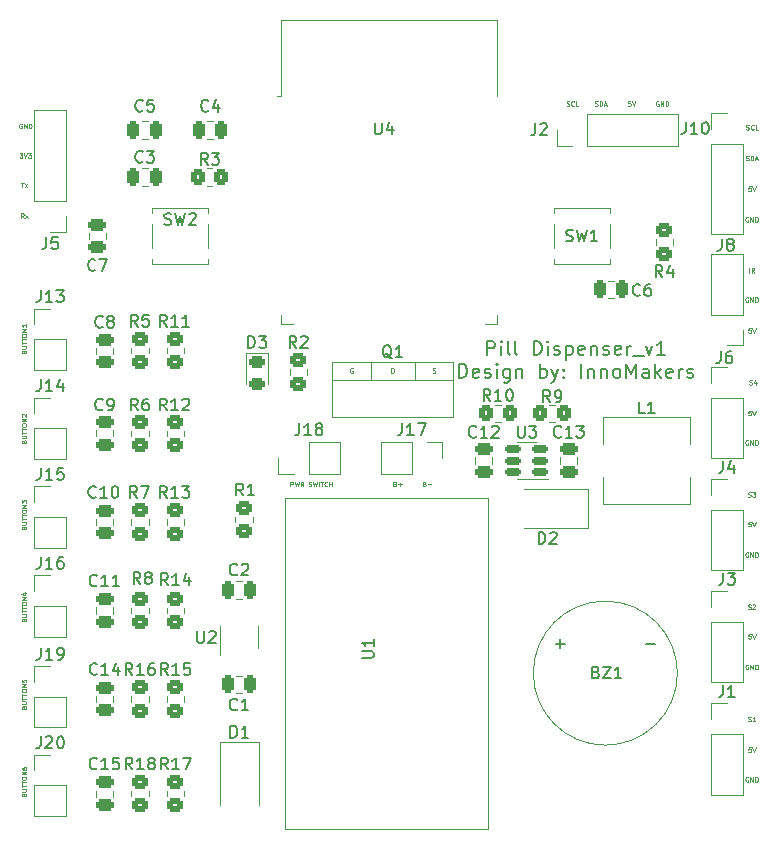
<source format=gto>
G04 #@! TF.GenerationSoftware,KiCad,Pcbnew,(6.0.5)*
G04 #@! TF.CreationDate,2023-04-20T10:52:06+08:00*
G04 #@! TF.ProjectId,Pill Dispenser,50696c6c-2044-4697-9370-656e7365722e,rev?*
G04 #@! TF.SameCoordinates,Original*
G04 #@! TF.FileFunction,Legend,Top*
G04 #@! TF.FilePolarity,Positive*
%FSLAX46Y46*%
G04 Gerber Fmt 4.6, Leading zero omitted, Abs format (unit mm)*
G04 Created by KiCad (PCBNEW (6.0.5)) date 2023-04-20 10:52:06*
%MOMM*%
%LPD*%
G01*
G04 APERTURE LIST*
G04 Aperture macros list*
%AMRoundRect*
0 Rectangle with rounded corners*
0 $1 Rounding radius*
0 $2 $3 $4 $5 $6 $7 $8 $9 X,Y pos of 4 corners*
0 Add a 4 corners polygon primitive as box body*
4,1,4,$2,$3,$4,$5,$6,$7,$8,$9,$2,$3,0*
0 Add four circle primitives for the rounded corners*
1,1,$1+$1,$2,$3*
1,1,$1+$1,$4,$5*
1,1,$1+$1,$6,$7*
1,1,$1+$1,$8,$9*
0 Add four rect primitives between the rounded corners*
20,1,$1+$1,$2,$3,$4,$5,0*
20,1,$1+$1,$4,$5,$6,$7,0*
20,1,$1+$1,$6,$7,$8,$9,0*
20,1,$1+$1,$8,$9,$2,$3,0*%
G04 Aperture macros list end*
%ADD10C,0.100000*%
%ADD11C,0.200000*%
%ADD12C,0.150000*%
%ADD13C,0.120000*%
%ADD14RoundRect,0.250000X0.250000X0.475000X-0.250000X0.475000X-0.250000X-0.475000X0.250000X-0.475000X0*%
%ADD15RoundRect,0.250000X0.450000X-0.350000X0.450000X0.350000X-0.450000X0.350000X-0.450000X-0.350000X0*%
%ADD16R,1.700000X1.700000*%
%ADD17O,1.700000X1.700000*%
%ADD18RoundRect,0.250000X0.475000X-0.250000X0.475000X0.250000X-0.475000X0.250000X-0.475000X-0.250000X0*%
%ADD19R,2.500000X1.800000*%
%ADD20RoundRect,0.250000X-0.250000X-0.475000X0.250000X-0.475000X0.250000X0.475000X-0.250000X0.475000X0*%
%ADD21R,1.905000X2.000000*%
%ADD22O,1.905000X2.000000*%
%ADD23RoundRect,0.250000X-0.450000X0.350000X-0.450000X-0.350000X0.450000X-0.350000X0.450000X0.350000X0*%
%ADD24RoundRect,0.250000X0.350000X0.450000X-0.350000X0.450000X-0.350000X-0.450000X0.350000X-0.450000X0*%
%ADD25R,0.650000X1.560000*%
%ADD26RoundRect,0.250000X-0.475000X0.250000X-0.475000X-0.250000X0.475000X-0.250000X0.475000X0.250000X0*%
%ADD27R,1.600000X1.400000*%
%ADD28R,2.000000X0.900000*%
%ADD29R,0.900000X2.000000*%
%ADD30R,5.000000X5.000000*%
%ADD31R,1.500000X2.200000*%
%ADD32RoundRect,0.150000X0.512500X0.150000X-0.512500X0.150000X-0.512500X-0.150000X0.512500X-0.150000X0*%
%ADD33R,2.000000X2.000000*%
%ADD34C,2.000000*%
%ADD35R,1.800000X2.500000*%
%ADD36RoundRect,0.243750X-0.456250X0.243750X-0.456250X-0.243750X0.456250X-0.243750X0.456250X0.243750X0*%
G04 APERTURE END LIST*
D10*
X127895238Y-100580952D02*
X127895238Y-100180952D01*
X127990476Y-100180952D01*
X128047619Y-100200000D01*
X128085714Y-100238095D01*
X128104761Y-100276190D01*
X128123809Y-100352380D01*
X128123809Y-100409523D01*
X128104761Y-100485714D01*
X128085714Y-100523809D01*
X128047619Y-100561904D01*
X127990476Y-100580952D01*
X127895238Y-100580952D01*
X158323809Y-84780952D02*
X158133333Y-84780952D01*
X158114285Y-84971428D01*
X158133333Y-84952380D01*
X158171428Y-84933333D01*
X158266666Y-84933333D01*
X158304761Y-84952380D01*
X158323809Y-84971428D01*
X158342857Y-85009523D01*
X158342857Y-85104761D01*
X158323809Y-85142857D01*
X158304761Y-85161904D01*
X158266666Y-85180952D01*
X158171428Y-85180952D01*
X158133333Y-85161904D01*
X158114285Y-85142857D01*
X158457142Y-84780952D02*
X158590476Y-85180952D01*
X158723809Y-84780952D01*
X148123809Y-77580952D02*
X147933333Y-77580952D01*
X147914285Y-77771428D01*
X147933333Y-77752380D01*
X147971428Y-77733333D01*
X148066666Y-77733333D01*
X148104761Y-77752380D01*
X148123809Y-77771428D01*
X148142857Y-77809523D01*
X148142857Y-77904761D01*
X148123809Y-77942857D01*
X148104761Y-77961904D01*
X148066666Y-77980952D01*
X147971428Y-77980952D01*
X147933333Y-77961904D01*
X147914285Y-77942857D01*
X148257142Y-77580952D02*
X148390476Y-77980952D01*
X148523809Y-77580952D01*
X96771428Y-121495238D02*
X96790476Y-121438095D01*
X96809523Y-121419047D01*
X96847619Y-121400000D01*
X96904761Y-121400000D01*
X96942857Y-121419047D01*
X96961904Y-121438095D01*
X96980952Y-121476190D01*
X96980952Y-121628571D01*
X96580952Y-121628571D01*
X96580952Y-121495238D01*
X96600000Y-121457142D01*
X96619047Y-121438095D01*
X96657142Y-121419047D01*
X96695238Y-121419047D01*
X96733333Y-121438095D01*
X96752380Y-121457142D01*
X96771428Y-121495238D01*
X96771428Y-121628571D01*
X96580952Y-121228571D02*
X96904761Y-121228571D01*
X96942857Y-121209523D01*
X96961904Y-121190476D01*
X96980952Y-121152380D01*
X96980952Y-121076190D01*
X96961904Y-121038095D01*
X96942857Y-121019047D01*
X96904761Y-121000000D01*
X96580952Y-121000000D01*
X96580952Y-120866666D02*
X96580952Y-120638095D01*
X96980952Y-120752380D02*
X96580952Y-120752380D01*
X96580952Y-120561904D02*
X96580952Y-120333333D01*
X96980952Y-120447619D02*
X96580952Y-120447619D01*
X96580952Y-120123809D02*
X96580952Y-120047619D01*
X96600000Y-120009523D01*
X96638095Y-119971428D01*
X96714285Y-119952380D01*
X96847619Y-119952380D01*
X96923809Y-119971428D01*
X96961904Y-120009523D01*
X96980952Y-120047619D01*
X96980952Y-120123809D01*
X96961904Y-120161904D01*
X96923809Y-120200000D01*
X96847619Y-120219047D01*
X96714285Y-120219047D01*
X96638095Y-120200000D01*
X96600000Y-120161904D01*
X96580952Y-120123809D01*
X96980952Y-119780952D02*
X96580952Y-119780952D01*
X96980952Y-119552380D01*
X96580952Y-119552380D01*
X96714285Y-119190476D02*
X96980952Y-119190476D01*
X96561904Y-119285714D02*
X96847619Y-119380952D01*
X96847619Y-119133333D01*
X96404761Y-81980952D02*
X96652380Y-81980952D01*
X96519047Y-82133333D01*
X96576190Y-82133333D01*
X96614285Y-82152380D01*
X96633333Y-82171428D01*
X96652380Y-82209523D01*
X96652380Y-82304761D01*
X96633333Y-82342857D01*
X96614285Y-82361904D01*
X96576190Y-82380952D01*
X96461904Y-82380952D01*
X96423809Y-82361904D01*
X96404761Y-82342857D01*
X96766666Y-81980952D02*
X96900000Y-82380952D01*
X97033333Y-81980952D01*
X97128571Y-81980952D02*
X97376190Y-81980952D01*
X97242857Y-82133333D01*
X97300000Y-82133333D01*
X97338095Y-82152380D01*
X97357142Y-82171428D01*
X97376190Y-82209523D01*
X97376190Y-82304761D01*
X97357142Y-82342857D01*
X97338095Y-82361904D01*
X97300000Y-82380952D01*
X97185714Y-82380952D01*
X97147619Y-82361904D01*
X97128571Y-82342857D01*
X96523809Y-84480952D02*
X96752380Y-84480952D01*
X96638095Y-84880952D02*
X96638095Y-84480952D01*
X96847619Y-84880952D02*
X97057142Y-84614285D01*
X96847619Y-84614285D02*
X97057142Y-84880952D01*
X158095238Y-130061904D02*
X158152380Y-130080952D01*
X158247619Y-130080952D01*
X158285714Y-130061904D01*
X158304761Y-130042857D01*
X158323809Y-130004761D01*
X158323809Y-129966666D01*
X158304761Y-129928571D01*
X158285714Y-129909523D01*
X158247619Y-129890476D01*
X158171428Y-129871428D01*
X158133333Y-129852380D01*
X158114285Y-129833333D01*
X158095238Y-129795238D01*
X158095238Y-129757142D01*
X158114285Y-129719047D01*
X158133333Y-129700000D01*
X158171428Y-129680952D01*
X158266666Y-129680952D01*
X158323809Y-129700000D01*
X158704761Y-130080952D02*
X158476190Y-130080952D01*
X158590476Y-130080952D02*
X158590476Y-129680952D01*
X158552380Y-129738095D01*
X158514285Y-129776190D01*
X158476190Y-129795238D01*
X150495238Y-77600000D02*
X150457142Y-77580952D01*
X150400000Y-77580952D01*
X150342857Y-77600000D01*
X150304761Y-77638095D01*
X150285714Y-77676190D01*
X150266666Y-77752380D01*
X150266666Y-77809523D01*
X150285714Y-77885714D01*
X150304761Y-77923809D01*
X150342857Y-77961904D01*
X150400000Y-77980952D01*
X150438095Y-77980952D01*
X150495238Y-77961904D01*
X150514285Y-77942857D01*
X150514285Y-77809523D01*
X150438095Y-77809523D01*
X150685714Y-77980952D02*
X150685714Y-77580952D01*
X150914285Y-77980952D01*
X150914285Y-77580952D01*
X151104761Y-77980952D02*
X151104761Y-77580952D01*
X151200000Y-77580952D01*
X151257142Y-77600000D01*
X151295238Y-77638095D01*
X151314285Y-77676190D01*
X151333333Y-77752380D01*
X151333333Y-77809523D01*
X151314285Y-77885714D01*
X151295238Y-77923809D01*
X151257142Y-77961904D01*
X151200000Y-77980952D01*
X151104761Y-77980952D01*
X158323809Y-103780952D02*
X158133333Y-103780952D01*
X158114285Y-103971428D01*
X158133333Y-103952380D01*
X158171428Y-103933333D01*
X158266666Y-103933333D01*
X158304761Y-103952380D01*
X158323809Y-103971428D01*
X158342857Y-104009523D01*
X158342857Y-104104761D01*
X158323809Y-104142857D01*
X158304761Y-104161904D01*
X158266666Y-104180952D01*
X158171428Y-104180952D01*
X158133333Y-104161904D01*
X158114285Y-104142857D01*
X158457142Y-103780952D02*
X158590476Y-104180952D01*
X158723809Y-103780952D01*
D11*
X135985714Y-99076857D02*
X135985714Y-97876857D01*
X136442857Y-97876857D01*
X136557142Y-97934000D01*
X136614285Y-97991142D01*
X136671428Y-98105428D01*
X136671428Y-98276857D01*
X136614285Y-98391142D01*
X136557142Y-98448285D01*
X136442857Y-98505428D01*
X135985714Y-98505428D01*
X137185714Y-99076857D02*
X137185714Y-98276857D01*
X137185714Y-97876857D02*
X137128571Y-97934000D01*
X137185714Y-97991142D01*
X137242857Y-97934000D01*
X137185714Y-97876857D01*
X137185714Y-97991142D01*
X137928571Y-99076857D02*
X137814285Y-99019714D01*
X137757142Y-98905428D01*
X137757142Y-97876857D01*
X138557142Y-99076857D02*
X138442857Y-99019714D01*
X138385714Y-98905428D01*
X138385714Y-97876857D01*
X139928571Y-99076857D02*
X139928571Y-97876857D01*
X140214285Y-97876857D01*
X140385714Y-97934000D01*
X140500000Y-98048285D01*
X140557142Y-98162571D01*
X140614285Y-98391142D01*
X140614285Y-98562571D01*
X140557142Y-98791142D01*
X140500000Y-98905428D01*
X140385714Y-99019714D01*
X140214285Y-99076857D01*
X139928571Y-99076857D01*
X141128571Y-99076857D02*
X141128571Y-98276857D01*
X141128571Y-97876857D02*
X141071428Y-97934000D01*
X141128571Y-97991142D01*
X141185714Y-97934000D01*
X141128571Y-97876857D01*
X141128571Y-97991142D01*
X141642857Y-99019714D02*
X141757142Y-99076857D01*
X141985714Y-99076857D01*
X142100000Y-99019714D01*
X142157142Y-98905428D01*
X142157142Y-98848285D01*
X142100000Y-98734000D01*
X141985714Y-98676857D01*
X141814285Y-98676857D01*
X141700000Y-98619714D01*
X141642857Y-98505428D01*
X141642857Y-98448285D01*
X141700000Y-98334000D01*
X141814285Y-98276857D01*
X141985714Y-98276857D01*
X142100000Y-98334000D01*
X142671428Y-98276857D02*
X142671428Y-99476857D01*
X142671428Y-98334000D02*
X142785714Y-98276857D01*
X143014285Y-98276857D01*
X143128571Y-98334000D01*
X143185714Y-98391142D01*
X143242857Y-98505428D01*
X143242857Y-98848285D01*
X143185714Y-98962571D01*
X143128571Y-99019714D01*
X143014285Y-99076857D01*
X142785714Y-99076857D01*
X142671428Y-99019714D01*
X144214285Y-99019714D02*
X144100000Y-99076857D01*
X143871428Y-99076857D01*
X143757142Y-99019714D01*
X143700000Y-98905428D01*
X143700000Y-98448285D01*
X143757142Y-98334000D01*
X143871428Y-98276857D01*
X144100000Y-98276857D01*
X144214285Y-98334000D01*
X144271428Y-98448285D01*
X144271428Y-98562571D01*
X143700000Y-98676857D01*
X144785714Y-98276857D02*
X144785714Y-99076857D01*
X144785714Y-98391142D02*
X144842857Y-98334000D01*
X144957142Y-98276857D01*
X145128571Y-98276857D01*
X145242857Y-98334000D01*
X145300000Y-98448285D01*
X145300000Y-99076857D01*
X145814285Y-99019714D02*
X145928571Y-99076857D01*
X146157142Y-99076857D01*
X146271428Y-99019714D01*
X146328571Y-98905428D01*
X146328571Y-98848285D01*
X146271428Y-98734000D01*
X146157142Y-98676857D01*
X145985714Y-98676857D01*
X145871428Y-98619714D01*
X145814285Y-98505428D01*
X145814285Y-98448285D01*
X145871428Y-98334000D01*
X145985714Y-98276857D01*
X146157142Y-98276857D01*
X146271428Y-98334000D01*
X147300000Y-99019714D02*
X147185714Y-99076857D01*
X146957142Y-99076857D01*
X146842857Y-99019714D01*
X146785714Y-98905428D01*
X146785714Y-98448285D01*
X146842857Y-98334000D01*
X146957142Y-98276857D01*
X147185714Y-98276857D01*
X147300000Y-98334000D01*
X147357142Y-98448285D01*
X147357142Y-98562571D01*
X146785714Y-98676857D01*
X147871428Y-99076857D02*
X147871428Y-98276857D01*
X147871428Y-98505428D02*
X147928571Y-98391142D01*
X147985714Y-98334000D01*
X148100000Y-98276857D01*
X148214285Y-98276857D01*
X148328571Y-99191142D02*
X149242857Y-99191142D01*
X149414285Y-98276857D02*
X149700000Y-99076857D01*
X149985714Y-98276857D01*
X151071428Y-99076857D02*
X150385714Y-99076857D01*
X150728571Y-99076857D02*
X150728571Y-97876857D01*
X150614285Y-98048285D01*
X150500000Y-98162571D01*
X150385714Y-98219714D01*
X133614285Y-101008857D02*
X133614285Y-99808857D01*
X133900000Y-99808857D01*
X134071428Y-99866000D01*
X134185714Y-99980285D01*
X134242857Y-100094571D01*
X134300000Y-100323142D01*
X134300000Y-100494571D01*
X134242857Y-100723142D01*
X134185714Y-100837428D01*
X134071428Y-100951714D01*
X133900000Y-101008857D01*
X133614285Y-101008857D01*
X135271428Y-100951714D02*
X135157142Y-101008857D01*
X134928571Y-101008857D01*
X134814285Y-100951714D01*
X134757142Y-100837428D01*
X134757142Y-100380285D01*
X134814285Y-100266000D01*
X134928571Y-100208857D01*
X135157142Y-100208857D01*
X135271428Y-100266000D01*
X135328571Y-100380285D01*
X135328571Y-100494571D01*
X134757142Y-100608857D01*
X135785714Y-100951714D02*
X135900000Y-101008857D01*
X136128571Y-101008857D01*
X136242857Y-100951714D01*
X136300000Y-100837428D01*
X136300000Y-100780285D01*
X136242857Y-100666000D01*
X136128571Y-100608857D01*
X135957142Y-100608857D01*
X135842857Y-100551714D01*
X135785714Y-100437428D01*
X135785714Y-100380285D01*
X135842857Y-100266000D01*
X135957142Y-100208857D01*
X136128571Y-100208857D01*
X136242857Y-100266000D01*
X136814285Y-101008857D02*
X136814285Y-100208857D01*
X136814285Y-99808857D02*
X136757142Y-99866000D01*
X136814285Y-99923142D01*
X136871428Y-99866000D01*
X136814285Y-99808857D01*
X136814285Y-99923142D01*
X137900000Y-100208857D02*
X137900000Y-101180285D01*
X137842857Y-101294571D01*
X137785714Y-101351714D01*
X137671428Y-101408857D01*
X137500000Y-101408857D01*
X137385714Y-101351714D01*
X137900000Y-100951714D02*
X137785714Y-101008857D01*
X137557142Y-101008857D01*
X137442857Y-100951714D01*
X137385714Y-100894571D01*
X137328571Y-100780285D01*
X137328571Y-100437428D01*
X137385714Y-100323142D01*
X137442857Y-100266000D01*
X137557142Y-100208857D01*
X137785714Y-100208857D01*
X137900000Y-100266000D01*
X138471428Y-100208857D02*
X138471428Y-101008857D01*
X138471428Y-100323142D02*
X138528571Y-100266000D01*
X138642857Y-100208857D01*
X138814285Y-100208857D01*
X138928571Y-100266000D01*
X138985714Y-100380285D01*
X138985714Y-101008857D01*
X140471428Y-101008857D02*
X140471428Y-99808857D01*
X140471428Y-100266000D02*
X140585714Y-100208857D01*
X140814285Y-100208857D01*
X140928571Y-100266000D01*
X140985714Y-100323142D01*
X141042857Y-100437428D01*
X141042857Y-100780285D01*
X140985714Y-100894571D01*
X140928571Y-100951714D01*
X140814285Y-101008857D01*
X140585714Y-101008857D01*
X140471428Y-100951714D01*
X141442857Y-100208857D02*
X141728571Y-101008857D01*
X142014285Y-100208857D02*
X141728571Y-101008857D01*
X141614285Y-101294571D01*
X141557142Y-101351714D01*
X141442857Y-101408857D01*
X142471428Y-100894571D02*
X142528571Y-100951714D01*
X142471428Y-101008857D01*
X142414285Y-100951714D01*
X142471428Y-100894571D01*
X142471428Y-101008857D01*
X142471428Y-100266000D02*
X142528571Y-100323142D01*
X142471428Y-100380285D01*
X142414285Y-100323142D01*
X142471428Y-100266000D01*
X142471428Y-100380285D01*
X143957142Y-101008857D02*
X143957142Y-99808857D01*
X144528571Y-100208857D02*
X144528571Y-101008857D01*
X144528571Y-100323142D02*
X144585714Y-100266000D01*
X144700000Y-100208857D01*
X144871428Y-100208857D01*
X144985714Y-100266000D01*
X145042857Y-100380285D01*
X145042857Y-101008857D01*
X145614285Y-100208857D02*
X145614285Y-101008857D01*
X145614285Y-100323142D02*
X145671428Y-100266000D01*
X145785714Y-100208857D01*
X145957142Y-100208857D01*
X146071428Y-100266000D01*
X146128571Y-100380285D01*
X146128571Y-101008857D01*
X146871428Y-101008857D02*
X146757142Y-100951714D01*
X146700000Y-100894571D01*
X146642857Y-100780285D01*
X146642857Y-100437428D01*
X146700000Y-100323142D01*
X146757142Y-100266000D01*
X146871428Y-100208857D01*
X147042857Y-100208857D01*
X147157142Y-100266000D01*
X147214285Y-100323142D01*
X147271428Y-100437428D01*
X147271428Y-100780285D01*
X147214285Y-100894571D01*
X147157142Y-100951714D01*
X147042857Y-101008857D01*
X146871428Y-101008857D01*
X147785714Y-101008857D02*
X147785714Y-99808857D01*
X148185714Y-100666000D01*
X148585714Y-99808857D01*
X148585714Y-101008857D01*
X149671428Y-101008857D02*
X149671428Y-100380285D01*
X149614285Y-100266000D01*
X149500000Y-100208857D01*
X149271428Y-100208857D01*
X149157142Y-100266000D01*
X149671428Y-100951714D02*
X149557142Y-101008857D01*
X149271428Y-101008857D01*
X149157142Y-100951714D01*
X149100000Y-100837428D01*
X149100000Y-100723142D01*
X149157142Y-100608857D01*
X149271428Y-100551714D01*
X149557142Y-100551714D01*
X149671428Y-100494571D01*
X150242857Y-101008857D02*
X150242857Y-99808857D01*
X150357142Y-100551714D02*
X150700000Y-101008857D01*
X150700000Y-100208857D02*
X150242857Y-100666000D01*
X151671428Y-100951714D02*
X151557142Y-101008857D01*
X151328571Y-101008857D01*
X151214285Y-100951714D01*
X151157142Y-100837428D01*
X151157142Y-100380285D01*
X151214285Y-100266000D01*
X151328571Y-100208857D01*
X151557142Y-100208857D01*
X151671428Y-100266000D01*
X151728571Y-100380285D01*
X151728571Y-100494571D01*
X151157142Y-100608857D01*
X152242857Y-101008857D02*
X152242857Y-100208857D01*
X152242857Y-100437428D02*
X152300000Y-100323142D01*
X152357142Y-100266000D01*
X152471428Y-100208857D01*
X152585714Y-100208857D01*
X152928571Y-100951714D02*
X153042857Y-101008857D01*
X153271428Y-101008857D01*
X153385714Y-100951714D01*
X153442857Y-100837428D01*
X153442857Y-100780285D01*
X153385714Y-100666000D01*
X153271428Y-100608857D01*
X153100000Y-100608857D01*
X152985714Y-100551714D01*
X152928571Y-100437428D01*
X152928571Y-100380285D01*
X152985714Y-100266000D01*
X153100000Y-100208857D01*
X153271428Y-100208857D01*
X153385714Y-100266000D01*
D10*
X158095238Y-125300000D02*
X158057142Y-125280952D01*
X158000000Y-125280952D01*
X157942857Y-125300000D01*
X157904761Y-125338095D01*
X157885714Y-125376190D01*
X157866666Y-125452380D01*
X157866666Y-125509523D01*
X157885714Y-125585714D01*
X157904761Y-125623809D01*
X157942857Y-125661904D01*
X158000000Y-125680952D01*
X158038095Y-125680952D01*
X158095238Y-125661904D01*
X158114285Y-125642857D01*
X158114285Y-125509523D01*
X158038095Y-125509523D01*
X158285714Y-125680952D02*
X158285714Y-125280952D01*
X158514285Y-125680952D01*
X158514285Y-125280952D01*
X158704761Y-125680952D02*
X158704761Y-125280952D01*
X158800000Y-125280952D01*
X158857142Y-125300000D01*
X158895238Y-125338095D01*
X158914285Y-125376190D01*
X158933333Y-125452380D01*
X158933333Y-125509523D01*
X158914285Y-125585714D01*
X158895238Y-125623809D01*
X158857142Y-125661904D01*
X158800000Y-125680952D01*
X158704761Y-125680952D01*
X158095238Y-134800000D02*
X158057142Y-134780952D01*
X158000000Y-134780952D01*
X157942857Y-134800000D01*
X157904761Y-134838095D01*
X157885714Y-134876190D01*
X157866666Y-134952380D01*
X157866666Y-135009523D01*
X157885714Y-135085714D01*
X157904761Y-135123809D01*
X157942857Y-135161904D01*
X158000000Y-135180952D01*
X158038095Y-135180952D01*
X158095238Y-135161904D01*
X158114285Y-135142857D01*
X158114285Y-135009523D01*
X158038095Y-135009523D01*
X158285714Y-135180952D02*
X158285714Y-134780952D01*
X158514285Y-135180952D01*
X158514285Y-134780952D01*
X158704761Y-135180952D02*
X158704761Y-134780952D01*
X158800000Y-134780952D01*
X158857142Y-134800000D01*
X158895238Y-134838095D01*
X158914285Y-134876190D01*
X158933333Y-134952380D01*
X158933333Y-135009523D01*
X158914285Y-135085714D01*
X158895238Y-135123809D01*
X158857142Y-135161904D01*
X158800000Y-135180952D01*
X158704761Y-135180952D01*
X128180952Y-109971428D02*
X128238095Y-109990476D01*
X128257142Y-110009523D01*
X128276190Y-110047619D01*
X128276190Y-110104761D01*
X128257142Y-110142857D01*
X128238095Y-110161904D01*
X128200000Y-110180952D01*
X128047619Y-110180952D01*
X128047619Y-109780952D01*
X128180952Y-109780952D01*
X128219047Y-109800000D01*
X128238095Y-109819047D01*
X128257142Y-109857142D01*
X128257142Y-109895238D01*
X128238095Y-109933333D01*
X128219047Y-109952380D01*
X128180952Y-109971428D01*
X128047619Y-109971428D01*
X128447619Y-110028571D02*
X128752380Y-110028571D01*
X128600000Y-110180952D02*
X128600000Y-109876190D01*
X130680952Y-109971428D02*
X130738095Y-109990476D01*
X130757142Y-110009523D01*
X130776190Y-110047619D01*
X130776190Y-110104761D01*
X130757142Y-110142857D01*
X130738095Y-110161904D01*
X130700000Y-110180952D01*
X130547619Y-110180952D01*
X130547619Y-109780952D01*
X130680952Y-109780952D01*
X130719047Y-109800000D01*
X130738095Y-109819047D01*
X130757142Y-109857142D01*
X130757142Y-109895238D01*
X130738095Y-109933333D01*
X130719047Y-109952380D01*
X130680952Y-109971428D01*
X130547619Y-109971428D01*
X130947619Y-110028571D02*
X131252380Y-110028571D01*
X158095238Y-111061904D02*
X158152380Y-111080952D01*
X158247619Y-111080952D01*
X158285714Y-111061904D01*
X158304761Y-111042857D01*
X158323809Y-111004761D01*
X158323809Y-110966666D01*
X158304761Y-110928571D01*
X158285714Y-110909523D01*
X158247619Y-110890476D01*
X158171428Y-110871428D01*
X158133333Y-110852380D01*
X158114285Y-110833333D01*
X158095238Y-110795238D01*
X158095238Y-110757142D01*
X158114285Y-110719047D01*
X158133333Y-110700000D01*
X158171428Y-110680952D01*
X158266666Y-110680952D01*
X158323809Y-110700000D01*
X158457142Y-110680952D02*
X158704761Y-110680952D01*
X158571428Y-110833333D01*
X158628571Y-110833333D01*
X158666666Y-110852380D01*
X158685714Y-110871428D01*
X158704761Y-110909523D01*
X158704761Y-111004761D01*
X158685714Y-111042857D01*
X158666666Y-111061904D01*
X158628571Y-111080952D01*
X158514285Y-111080952D01*
X158476190Y-111061904D01*
X158457142Y-111042857D01*
X119338095Y-110180952D02*
X119338095Y-109780952D01*
X119490476Y-109780952D01*
X119528571Y-109800000D01*
X119547619Y-109819047D01*
X119566666Y-109857142D01*
X119566666Y-109914285D01*
X119547619Y-109952380D01*
X119528571Y-109971428D01*
X119490476Y-109990476D01*
X119338095Y-109990476D01*
X119700000Y-109780952D02*
X119795238Y-110180952D01*
X119871428Y-109895238D01*
X119947619Y-110180952D01*
X120042857Y-109780952D01*
X120423809Y-110180952D02*
X120290476Y-109990476D01*
X120195238Y-110180952D02*
X120195238Y-109780952D01*
X120347619Y-109780952D01*
X120385714Y-109800000D01*
X120404761Y-109819047D01*
X120423809Y-109857142D01*
X120423809Y-109914285D01*
X120404761Y-109952380D01*
X120385714Y-109971428D01*
X120347619Y-109990476D01*
X120195238Y-109990476D01*
X120880952Y-110161904D02*
X120938095Y-110180952D01*
X121033333Y-110180952D01*
X121071428Y-110161904D01*
X121090476Y-110142857D01*
X121109523Y-110104761D01*
X121109523Y-110066666D01*
X121090476Y-110028571D01*
X121071428Y-110009523D01*
X121033333Y-109990476D01*
X120957142Y-109971428D01*
X120919047Y-109952380D01*
X120900000Y-109933333D01*
X120880952Y-109895238D01*
X120880952Y-109857142D01*
X120900000Y-109819047D01*
X120919047Y-109800000D01*
X120957142Y-109780952D01*
X121052380Y-109780952D01*
X121109523Y-109800000D01*
X121242857Y-109780952D02*
X121338095Y-110180952D01*
X121414285Y-109895238D01*
X121490476Y-110180952D01*
X121585714Y-109780952D01*
X121738095Y-110180952D02*
X121738095Y-109780952D01*
X121871428Y-109780952D02*
X122100000Y-109780952D01*
X121985714Y-110180952D02*
X121985714Y-109780952D01*
X122461904Y-110142857D02*
X122442857Y-110161904D01*
X122385714Y-110180952D01*
X122347619Y-110180952D01*
X122290476Y-110161904D01*
X122252380Y-110123809D01*
X122233333Y-110085714D01*
X122214285Y-110009523D01*
X122214285Y-109952380D01*
X122233333Y-109876190D01*
X122252380Y-109838095D01*
X122290476Y-109800000D01*
X122347619Y-109780952D01*
X122385714Y-109780952D01*
X122442857Y-109800000D01*
X122461904Y-109819047D01*
X122633333Y-110180952D02*
X122633333Y-109780952D01*
X122633333Y-109971428D02*
X122861904Y-109971428D01*
X122861904Y-110180952D02*
X122861904Y-109780952D01*
D12*
X149419047Y-123571428D02*
X150180952Y-123571428D01*
D10*
X96595238Y-79500000D02*
X96557142Y-79480952D01*
X96500000Y-79480952D01*
X96442857Y-79500000D01*
X96404761Y-79538095D01*
X96385714Y-79576190D01*
X96366666Y-79652380D01*
X96366666Y-79709523D01*
X96385714Y-79785714D01*
X96404761Y-79823809D01*
X96442857Y-79861904D01*
X96500000Y-79880952D01*
X96538095Y-79880952D01*
X96595238Y-79861904D01*
X96614285Y-79842857D01*
X96614285Y-79709523D01*
X96538095Y-79709523D01*
X96785714Y-79880952D02*
X96785714Y-79480952D01*
X97014285Y-79880952D01*
X97014285Y-79480952D01*
X97204761Y-79880952D02*
X97204761Y-79480952D01*
X97300000Y-79480952D01*
X97357142Y-79500000D01*
X97395238Y-79538095D01*
X97414285Y-79576190D01*
X97433333Y-79652380D01*
X97433333Y-79709523D01*
X97414285Y-79785714D01*
X97395238Y-79823809D01*
X97357142Y-79861904D01*
X97300000Y-79880952D01*
X97204761Y-79880952D01*
X96771428Y-113695238D02*
X96790476Y-113638095D01*
X96809523Y-113619047D01*
X96847619Y-113600000D01*
X96904761Y-113600000D01*
X96942857Y-113619047D01*
X96961904Y-113638095D01*
X96980952Y-113676190D01*
X96980952Y-113828571D01*
X96580952Y-113828571D01*
X96580952Y-113695238D01*
X96600000Y-113657142D01*
X96619047Y-113638095D01*
X96657142Y-113619047D01*
X96695238Y-113619047D01*
X96733333Y-113638095D01*
X96752380Y-113657142D01*
X96771428Y-113695238D01*
X96771428Y-113828571D01*
X96580952Y-113428571D02*
X96904761Y-113428571D01*
X96942857Y-113409523D01*
X96961904Y-113390476D01*
X96980952Y-113352380D01*
X96980952Y-113276190D01*
X96961904Y-113238095D01*
X96942857Y-113219047D01*
X96904761Y-113200000D01*
X96580952Y-113200000D01*
X96580952Y-113066666D02*
X96580952Y-112838095D01*
X96980952Y-112952380D02*
X96580952Y-112952380D01*
X96580952Y-112761904D02*
X96580952Y-112533333D01*
X96980952Y-112647619D02*
X96580952Y-112647619D01*
X96580952Y-112323809D02*
X96580952Y-112247619D01*
X96600000Y-112209523D01*
X96638095Y-112171428D01*
X96714285Y-112152380D01*
X96847619Y-112152380D01*
X96923809Y-112171428D01*
X96961904Y-112209523D01*
X96980952Y-112247619D01*
X96980952Y-112323809D01*
X96961904Y-112361904D01*
X96923809Y-112400000D01*
X96847619Y-112419047D01*
X96714285Y-112419047D01*
X96638095Y-112400000D01*
X96600000Y-112361904D01*
X96580952Y-112323809D01*
X96980952Y-111980952D02*
X96580952Y-111980952D01*
X96980952Y-111752380D01*
X96580952Y-111752380D01*
X96580952Y-111600000D02*
X96580952Y-111352380D01*
X96733333Y-111485714D01*
X96733333Y-111428571D01*
X96752380Y-111390476D01*
X96771428Y-111371428D01*
X96809523Y-111352380D01*
X96904761Y-111352380D01*
X96942857Y-111371428D01*
X96961904Y-111390476D01*
X96980952Y-111428571D01*
X96980952Y-111542857D01*
X96961904Y-111580952D01*
X96942857Y-111600000D01*
X158095238Y-115800000D02*
X158057142Y-115780952D01*
X158000000Y-115780952D01*
X157942857Y-115800000D01*
X157904761Y-115838095D01*
X157885714Y-115876190D01*
X157866666Y-115952380D01*
X157866666Y-116009523D01*
X157885714Y-116085714D01*
X157904761Y-116123809D01*
X157942857Y-116161904D01*
X158000000Y-116180952D01*
X158038095Y-116180952D01*
X158095238Y-116161904D01*
X158114285Y-116142857D01*
X158114285Y-116009523D01*
X158038095Y-116009523D01*
X158285714Y-116180952D02*
X158285714Y-115780952D01*
X158514285Y-116180952D01*
X158514285Y-115780952D01*
X158704761Y-116180952D02*
X158704761Y-115780952D01*
X158800000Y-115780952D01*
X158857142Y-115800000D01*
X158895238Y-115838095D01*
X158914285Y-115876190D01*
X158933333Y-115952380D01*
X158933333Y-116009523D01*
X158914285Y-116085714D01*
X158895238Y-116123809D01*
X158857142Y-116161904D01*
X158800000Y-116180952D01*
X158704761Y-116180952D01*
X158323809Y-132280952D02*
X158133333Y-132280952D01*
X158114285Y-132471428D01*
X158133333Y-132452380D01*
X158171428Y-132433333D01*
X158266666Y-132433333D01*
X158304761Y-132452380D01*
X158323809Y-132471428D01*
X158342857Y-132509523D01*
X158342857Y-132604761D01*
X158323809Y-132642857D01*
X158304761Y-132661904D01*
X158266666Y-132680952D01*
X158171428Y-132680952D01*
X158133333Y-132661904D01*
X158114285Y-132642857D01*
X158457142Y-132280952D02*
X158590476Y-132680952D01*
X158723809Y-132280952D01*
X158323809Y-113180952D02*
X158133333Y-113180952D01*
X158114285Y-113371428D01*
X158133333Y-113352380D01*
X158171428Y-113333333D01*
X158266666Y-113333333D01*
X158304761Y-113352380D01*
X158323809Y-113371428D01*
X158342857Y-113409523D01*
X158342857Y-113504761D01*
X158323809Y-113542857D01*
X158304761Y-113561904D01*
X158266666Y-113580952D01*
X158171428Y-113580952D01*
X158133333Y-113561904D01*
X158114285Y-113542857D01*
X158457142Y-113180952D02*
X158590476Y-113580952D01*
X158723809Y-113180952D01*
X96771428Y-136295238D02*
X96790476Y-136238095D01*
X96809523Y-136219047D01*
X96847619Y-136200000D01*
X96904761Y-136200000D01*
X96942857Y-136219047D01*
X96961904Y-136238095D01*
X96980952Y-136276190D01*
X96980952Y-136428571D01*
X96580952Y-136428571D01*
X96580952Y-136295238D01*
X96600000Y-136257142D01*
X96619047Y-136238095D01*
X96657142Y-136219047D01*
X96695238Y-136219047D01*
X96733333Y-136238095D01*
X96752380Y-136257142D01*
X96771428Y-136295238D01*
X96771428Y-136428571D01*
X96580952Y-136028571D02*
X96904761Y-136028571D01*
X96942857Y-136009523D01*
X96961904Y-135990476D01*
X96980952Y-135952380D01*
X96980952Y-135876190D01*
X96961904Y-135838095D01*
X96942857Y-135819047D01*
X96904761Y-135800000D01*
X96580952Y-135800000D01*
X96580952Y-135666666D02*
X96580952Y-135438095D01*
X96980952Y-135552380D02*
X96580952Y-135552380D01*
X96580952Y-135361904D02*
X96580952Y-135133333D01*
X96980952Y-135247619D02*
X96580952Y-135247619D01*
X96580952Y-134923809D02*
X96580952Y-134847619D01*
X96600000Y-134809523D01*
X96638095Y-134771428D01*
X96714285Y-134752380D01*
X96847619Y-134752380D01*
X96923809Y-134771428D01*
X96961904Y-134809523D01*
X96980952Y-134847619D01*
X96980952Y-134923809D01*
X96961904Y-134961904D01*
X96923809Y-135000000D01*
X96847619Y-135019047D01*
X96714285Y-135019047D01*
X96638095Y-135000000D01*
X96600000Y-134961904D01*
X96580952Y-134923809D01*
X96980952Y-134580952D02*
X96580952Y-134580952D01*
X96980952Y-134352380D01*
X96580952Y-134352380D01*
X96580952Y-133990476D02*
X96580952Y-134066666D01*
X96600000Y-134104761D01*
X96619047Y-134123809D01*
X96676190Y-134161904D01*
X96752380Y-134180952D01*
X96904761Y-134180952D01*
X96942857Y-134161904D01*
X96961904Y-134142857D01*
X96980952Y-134104761D01*
X96980952Y-134028571D01*
X96961904Y-133990476D01*
X96942857Y-133971428D01*
X96904761Y-133952380D01*
X96809523Y-133952380D01*
X96771428Y-133971428D01*
X96752380Y-133990476D01*
X96733333Y-134028571D01*
X96733333Y-134104761D01*
X96752380Y-134142857D01*
X96771428Y-134161904D01*
X96809523Y-134180952D01*
X145114285Y-77961904D02*
X145171428Y-77980952D01*
X145266666Y-77980952D01*
X145304761Y-77961904D01*
X145323809Y-77942857D01*
X145342857Y-77904761D01*
X145342857Y-77866666D01*
X145323809Y-77828571D01*
X145304761Y-77809523D01*
X145266666Y-77790476D01*
X145190476Y-77771428D01*
X145152380Y-77752380D01*
X145133333Y-77733333D01*
X145114285Y-77695238D01*
X145114285Y-77657142D01*
X145133333Y-77619047D01*
X145152380Y-77600000D01*
X145190476Y-77580952D01*
X145285714Y-77580952D01*
X145342857Y-77600000D01*
X145514285Y-77980952D02*
X145514285Y-77580952D01*
X145609523Y-77580952D01*
X145666666Y-77600000D01*
X145704761Y-77638095D01*
X145723809Y-77676190D01*
X145742857Y-77752380D01*
X145742857Y-77809523D01*
X145723809Y-77885714D01*
X145704761Y-77923809D01*
X145666666Y-77961904D01*
X145609523Y-77980952D01*
X145514285Y-77980952D01*
X145895238Y-77866666D02*
X146085714Y-77866666D01*
X145857142Y-77980952D02*
X145990476Y-77580952D01*
X146123809Y-77980952D01*
X96771428Y-98795238D02*
X96790476Y-98738095D01*
X96809523Y-98719047D01*
X96847619Y-98700000D01*
X96904761Y-98700000D01*
X96942857Y-98719047D01*
X96961904Y-98738095D01*
X96980952Y-98776190D01*
X96980952Y-98928571D01*
X96580952Y-98928571D01*
X96580952Y-98795238D01*
X96600000Y-98757142D01*
X96619047Y-98738095D01*
X96657142Y-98719047D01*
X96695238Y-98719047D01*
X96733333Y-98738095D01*
X96752380Y-98757142D01*
X96771428Y-98795238D01*
X96771428Y-98928571D01*
X96580952Y-98528571D02*
X96904761Y-98528571D01*
X96942857Y-98509523D01*
X96961904Y-98490476D01*
X96980952Y-98452380D01*
X96980952Y-98376190D01*
X96961904Y-98338095D01*
X96942857Y-98319047D01*
X96904761Y-98300000D01*
X96580952Y-98300000D01*
X96580952Y-98166666D02*
X96580952Y-97938095D01*
X96980952Y-98052380D02*
X96580952Y-98052380D01*
X96580952Y-97861904D02*
X96580952Y-97633333D01*
X96980952Y-97747619D02*
X96580952Y-97747619D01*
X96580952Y-97423809D02*
X96580952Y-97347619D01*
X96600000Y-97309523D01*
X96638095Y-97271428D01*
X96714285Y-97252380D01*
X96847619Y-97252380D01*
X96923809Y-97271428D01*
X96961904Y-97309523D01*
X96980952Y-97347619D01*
X96980952Y-97423809D01*
X96961904Y-97461904D01*
X96923809Y-97500000D01*
X96847619Y-97519047D01*
X96714285Y-97519047D01*
X96638095Y-97500000D01*
X96600000Y-97461904D01*
X96580952Y-97423809D01*
X96980952Y-97080952D02*
X96580952Y-97080952D01*
X96980952Y-96852380D01*
X96580952Y-96852380D01*
X96980952Y-96452380D02*
X96980952Y-96680952D01*
X96980952Y-96566666D02*
X96580952Y-96566666D01*
X96638095Y-96604761D01*
X96676190Y-96642857D01*
X96695238Y-96680952D01*
X158195238Y-101561904D02*
X158252380Y-101580952D01*
X158347619Y-101580952D01*
X158385714Y-101561904D01*
X158404761Y-101542857D01*
X158423809Y-101504761D01*
X158423809Y-101466666D01*
X158404761Y-101428571D01*
X158385714Y-101409523D01*
X158347619Y-101390476D01*
X158271428Y-101371428D01*
X158233333Y-101352380D01*
X158214285Y-101333333D01*
X158195238Y-101295238D01*
X158195238Y-101257142D01*
X158214285Y-101219047D01*
X158233333Y-101200000D01*
X158271428Y-101180952D01*
X158366666Y-101180952D01*
X158423809Y-101200000D01*
X158766666Y-101314285D02*
X158766666Y-101580952D01*
X158671428Y-101161904D02*
X158576190Y-101447619D01*
X158823809Y-101447619D01*
X158095238Y-94200000D02*
X158057142Y-94180952D01*
X158000000Y-94180952D01*
X157942857Y-94200000D01*
X157904761Y-94238095D01*
X157885714Y-94276190D01*
X157866666Y-94352380D01*
X157866666Y-94409523D01*
X157885714Y-94485714D01*
X157904761Y-94523809D01*
X157942857Y-94561904D01*
X158000000Y-94580952D01*
X158038095Y-94580952D01*
X158095238Y-94561904D01*
X158114285Y-94542857D01*
X158114285Y-94409523D01*
X158038095Y-94409523D01*
X158285714Y-94580952D02*
X158285714Y-94180952D01*
X158514285Y-94580952D01*
X158514285Y-94180952D01*
X158704761Y-94580952D02*
X158704761Y-94180952D01*
X158800000Y-94180952D01*
X158857142Y-94200000D01*
X158895238Y-94238095D01*
X158914285Y-94276190D01*
X158933333Y-94352380D01*
X158933333Y-94409523D01*
X158914285Y-94485714D01*
X158895238Y-94523809D01*
X158857142Y-94561904D01*
X158800000Y-94580952D01*
X158704761Y-94580952D01*
X96771428Y-106395238D02*
X96790476Y-106338095D01*
X96809523Y-106319047D01*
X96847619Y-106300000D01*
X96904761Y-106300000D01*
X96942857Y-106319047D01*
X96961904Y-106338095D01*
X96980952Y-106376190D01*
X96980952Y-106528571D01*
X96580952Y-106528571D01*
X96580952Y-106395238D01*
X96600000Y-106357142D01*
X96619047Y-106338095D01*
X96657142Y-106319047D01*
X96695238Y-106319047D01*
X96733333Y-106338095D01*
X96752380Y-106357142D01*
X96771428Y-106395238D01*
X96771428Y-106528571D01*
X96580952Y-106128571D02*
X96904761Y-106128571D01*
X96942857Y-106109523D01*
X96961904Y-106090476D01*
X96980952Y-106052380D01*
X96980952Y-105976190D01*
X96961904Y-105938095D01*
X96942857Y-105919047D01*
X96904761Y-105900000D01*
X96580952Y-105900000D01*
X96580952Y-105766666D02*
X96580952Y-105538095D01*
X96980952Y-105652380D02*
X96580952Y-105652380D01*
X96580952Y-105461904D02*
X96580952Y-105233333D01*
X96980952Y-105347619D02*
X96580952Y-105347619D01*
X96580952Y-105023809D02*
X96580952Y-104947619D01*
X96600000Y-104909523D01*
X96638095Y-104871428D01*
X96714285Y-104852380D01*
X96847619Y-104852380D01*
X96923809Y-104871428D01*
X96961904Y-104909523D01*
X96980952Y-104947619D01*
X96980952Y-105023809D01*
X96961904Y-105061904D01*
X96923809Y-105100000D01*
X96847619Y-105119047D01*
X96714285Y-105119047D01*
X96638095Y-105100000D01*
X96600000Y-105061904D01*
X96580952Y-105023809D01*
X96980952Y-104680952D02*
X96580952Y-104680952D01*
X96980952Y-104452380D01*
X96580952Y-104452380D01*
X96619047Y-104280952D02*
X96600000Y-104261904D01*
X96580952Y-104223809D01*
X96580952Y-104128571D01*
X96600000Y-104090476D01*
X96619047Y-104071428D01*
X96657142Y-104052380D01*
X96695238Y-104052380D01*
X96752380Y-104071428D01*
X96980952Y-104300000D01*
X96980952Y-104052380D01*
X142723809Y-77961904D02*
X142780952Y-77980952D01*
X142876190Y-77980952D01*
X142914285Y-77961904D01*
X142933333Y-77942857D01*
X142952380Y-77904761D01*
X142952380Y-77866666D01*
X142933333Y-77828571D01*
X142914285Y-77809523D01*
X142876190Y-77790476D01*
X142800000Y-77771428D01*
X142761904Y-77752380D01*
X142742857Y-77733333D01*
X142723809Y-77695238D01*
X142723809Y-77657142D01*
X142742857Y-77619047D01*
X142761904Y-77600000D01*
X142800000Y-77580952D01*
X142895238Y-77580952D01*
X142952380Y-77600000D01*
X143352380Y-77942857D02*
X143333333Y-77961904D01*
X143276190Y-77980952D01*
X143238095Y-77980952D01*
X143180952Y-77961904D01*
X143142857Y-77923809D01*
X143123809Y-77885714D01*
X143104761Y-77809523D01*
X143104761Y-77752380D01*
X143123809Y-77676190D01*
X143142857Y-77638095D01*
X143180952Y-77600000D01*
X143238095Y-77580952D01*
X143276190Y-77580952D01*
X143333333Y-77600000D01*
X143352380Y-77619047D01*
X143714285Y-77980952D02*
X143523809Y-77980952D01*
X143523809Y-77580952D01*
X158095238Y-120561904D02*
X158152380Y-120580952D01*
X158247619Y-120580952D01*
X158285714Y-120561904D01*
X158304761Y-120542857D01*
X158323809Y-120504761D01*
X158323809Y-120466666D01*
X158304761Y-120428571D01*
X158285714Y-120409523D01*
X158247619Y-120390476D01*
X158171428Y-120371428D01*
X158133333Y-120352380D01*
X158114285Y-120333333D01*
X158095238Y-120295238D01*
X158095238Y-120257142D01*
X158114285Y-120219047D01*
X158133333Y-120200000D01*
X158171428Y-120180952D01*
X158266666Y-120180952D01*
X158323809Y-120200000D01*
X158476190Y-120219047D02*
X158495238Y-120200000D01*
X158533333Y-120180952D01*
X158628571Y-120180952D01*
X158666666Y-120200000D01*
X158685714Y-120219047D01*
X158704761Y-120257142D01*
X158704761Y-120295238D01*
X158685714Y-120352380D01*
X158457142Y-120580952D01*
X158704761Y-120580952D01*
X158095238Y-106300000D02*
X158057142Y-106280952D01*
X158000000Y-106280952D01*
X157942857Y-106300000D01*
X157904761Y-106338095D01*
X157885714Y-106376190D01*
X157866666Y-106452380D01*
X157866666Y-106509523D01*
X157885714Y-106585714D01*
X157904761Y-106623809D01*
X157942857Y-106661904D01*
X158000000Y-106680952D01*
X158038095Y-106680952D01*
X158095238Y-106661904D01*
X158114285Y-106642857D01*
X158114285Y-106509523D01*
X158038095Y-106509523D01*
X158285714Y-106680952D02*
X158285714Y-106280952D01*
X158514285Y-106680952D01*
X158514285Y-106280952D01*
X158704761Y-106680952D02*
X158704761Y-106280952D01*
X158800000Y-106280952D01*
X158857142Y-106300000D01*
X158895238Y-106338095D01*
X158914285Y-106376190D01*
X158933333Y-106452380D01*
X158933333Y-106509523D01*
X158914285Y-106585714D01*
X158895238Y-106623809D01*
X158857142Y-106661904D01*
X158800000Y-106680952D01*
X158704761Y-106680952D01*
X158323809Y-96780952D02*
X158133333Y-96780952D01*
X158114285Y-96971428D01*
X158133333Y-96952380D01*
X158171428Y-96933333D01*
X158266666Y-96933333D01*
X158304761Y-96952380D01*
X158323809Y-96971428D01*
X158342857Y-97009523D01*
X158342857Y-97104761D01*
X158323809Y-97142857D01*
X158304761Y-97161904D01*
X158266666Y-97180952D01*
X158171428Y-97180952D01*
X158133333Y-97161904D01*
X158114285Y-97142857D01*
X158457142Y-96780952D02*
X158590476Y-97180952D01*
X158723809Y-96780952D01*
X96771428Y-128895238D02*
X96790476Y-128838095D01*
X96809523Y-128819047D01*
X96847619Y-128800000D01*
X96904761Y-128800000D01*
X96942857Y-128819047D01*
X96961904Y-128838095D01*
X96980952Y-128876190D01*
X96980952Y-129028571D01*
X96580952Y-129028571D01*
X96580952Y-128895238D01*
X96600000Y-128857142D01*
X96619047Y-128838095D01*
X96657142Y-128819047D01*
X96695238Y-128819047D01*
X96733333Y-128838095D01*
X96752380Y-128857142D01*
X96771428Y-128895238D01*
X96771428Y-129028571D01*
X96580952Y-128628571D02*
X96904761Y-128628571D01*
X96942857Y-128609523D01*
X96961904Y-128590476D01*
X96980952Y-128552380D01*
X96980952Y-128476190D01*
X96961904Y-128438095D01*
X96942857Y-128419047D01*
X96904761Y-128400000D01*
X96580952Y-128400000D01*
X96580952Y-128266666D02*
X96580952Y-128038095D01*
X96980952Y-128152380D02*
X96580952Y-128152380D01*
X96580952Y-127961904D02*
X96580952Y-127733333D01*
X96980952Y-127847619D02*
X96580952Y-127847619D01*
X96580952Y-127523809D02*
X96580952Y-127447619D01*
X96600000Y-127409523D01*
X96638095Y-127371428D01*
X96714285Y-127352380D01*
X96847619Y-127352380D01*
X96923809Y-127371428D01*
X96961904Y-127409523D01*
X96980952Y-127447619D01*
X96980952Y-127523809D01*
X96961904Y-127561904D01*
X96923809Y-127600000D01*
X96847619Y-127619047D01*
X96714285Y-127619047D01*
X96638095Y-127600000D01*
X96600000Y-127561904D01*
X96580952Y-127523809D01*
X96980952Y-127180952D02*
X96580952Y-127180952D01*
X96980952Y-126952380D01*
X96580952Y-126952380D01*
X96580952Y-126571428D02*
X96580952Y-126761904D01*
X96771428Y-126780952D01*
X96752380Y-126761904D01*
X96733333Y-126723809D01*
X96733333Y-126628571D01*
X96752380Y-126590476D01*
X96771428Y-126571428D01*
X96809523Y-126552380D01*
X96904761Y-126552380D01*
X96942857Y-126571428D01*
X96961904Y-126590476D01*
X96980952Y-126628571D01*
X96980952Y-126723809D01*
X96961904Y-126761904D01*
X96942857Y-126780952D01*
X158200000Y-92080952D02*
X158200000Y-91680952D01*
X158619047Y-92080952D02*
X158485714Y-91890476D01*
X158390476Y-92080952D02*
X158390476Y-91680952D01*
X158542857Y-91680952D01*
X158580952Y-91700000D01*
X158600000Y-91719047D01*
X158619047Y-91757142D01*
X158619047Y-91814285D01*
X158600000Y-91852380D01*
X158580952Y-91871428D01*
X158542857Y-91890476D01*
X158390476Y-91890476D01*
X131385714Y-100561904D02*
X131442857Y-100580952D01*
X131538095Y-100580952D01*
X131576190Y-100561904D01*
X131595238Y-100542857D01*
X131614285Y-100504761D01*
X131614285Y-100466666D01*
X131595238Y-100428571D01*
X131576190Y-100409523D01*
X131538095Y-100390476D01*
X131461904Y-100371428D01*
X131423809Y-100352380D01*
X131404761Y-100333333D01*
X131385714Y-100295238D01*
X131385714Y-100257142D01*
X131404761Y-100219047D01*
X131423809Y-100200000D01*
X131461904Y-100180952D01*
X131557142Y-100180952D01*
X131614285Y-100200000D01*
X158323809Y-122680952D02*
X158133333Y-122680952D01*
X158114285Y-122871428D01*
X158133333Y-122852380D01*
X158171428Y-122833333D01*
X158266666Y-122833333D01*
X158304761Y-122852380D01*
X158323809Y-122871428D01*
X158342857Y-122909523D01*
X158342857Y-123004761D01*
X158323809Y-123042857D01*
X158304761Y-123061904D01*
X158266666Y-123080952D01*
X158171428Y-123080952D01*
X158133333Y-123061904D01*
X158114285Y-123042857D01*
X158457142Y-122680952D02*
X158590476Y-123080952D01*
X158723809Y-122680952D01*
X157914285Y-82561904D02*
X157971428Y-82580952D01*
X158066666Y-82580952D01*
X158104761Y-82561904D01*
X158123809Y-82542857D01*
X158142857Y-82504761D01*
X158142857Y-82466666D01*
X158123809Y-82428571D01*
X158104761Y-82409523D01*
X158066666Y-82390476D01*
X157990476Y-82371428D01*
X157952380Y-82352380D01*
X157933333Y-82333333D01*
X157914285Y-82295238D01*
X157914285Y-82257142D01*
X157933333Y-82219047D01*
X157952380Y-82200000D01*
X157990476Y-82180952D01*
X158085714Y-82180952D01*
X158142857Y-82200000D01*
X158314285Y-82580952D02*
X158314285Y-82180952D01*
X158409523Y-82180952D01*
X158466666Y-82200000D01*
X158504761Y-82238095D01*
X158523809Y-82276190D01*
X158542857Y-82352380D01*
X158542857Y-82409523D01*
X158523809Y-82485714D01*
X158504761Y-82523809D01*
X158466666Y-82561904D01*
X158409523Y-82580952D01*
X158314285Y-82580952D01*
X158695238Y-82466666D02*
X158885714Y-82466666D01*
X158657142Y-82580952D02*
X158790476Y-82180952D01*
X158923809Y-82580952D01*
X158095238Y-87400000D02*
X158057142Y-87380952D01*
X158000000Y-87380952D01*
X157942857Y-87400000D01*
X157904761Y-87438095D01*
X157885714Y-87476190D01*
X157866666Y-87552380D01*
X157866666Y-87609523D01*
X157885714Y-87685714D01*
X157904761Y-87723809D01*
X157942857Y-87761904D01*
X158000000Y-87780952D01*
X158038095Y-87780952D01*
X158095238Y-87761904D01*
X158114285Y-87742857D01*
X158114285Y-87609523D01*
X158038095Y-87609523D01*
X158285714Y-87780952D02*
X158285714Y-87380952D01*
X158514285Y-87780952D01*
X158514285Y-87380952D01*
X158704761Y-87780952D02*
X158704761Y-87380952D01*
X158800000Y-87380952D01*
X158857142Y-87400000D01*
X158895238Y-87438095D01*
X158914285Y-87476190D01*
X158933333Y-87552380D01*
X158933333Y-87609523D01*
X158914285Y-87685714D01*
X158895238Y-87723809D01*
X158857142Y-87761904D01*
X158800000Y-87780952D01*
X158704761Y-87780952D01*
X157923809Y-79961904D02*
X157980952Y-79980952D01*
X158076190Y-79980952D01*
X158114285Y-79961904D01*
X158133333Y-79942857D01*
X158152380Y-79904761D01*
X158152380Y-79866666D01*
X158133333Y-79828571D01*
X158114285Y-79809523D01*
X158076190Y-79790476D01*
X158000000Y-79771428D01*
X157961904Y-79752380D01*
X157942857Y-79733333D01*
X157923809Y-79695238D01*
X157923809Y-79657142D01*
X157942857Y-79619047D01*
X157961904Y-79600000D01*
X158000000Y-79580952D01*
X158095238Y-79580952D01*
X158152380Y-79600000D01*
X158552380Y-79942857D02*
X158533333Y-79961904D01*
X158476190Y-79980952D01*
X158438095Y-79980952D01*
X158380952Y-79961904D01*
X158342857Y-79923809D01*
X158323809Y-79885714D01*
X158304761Y-79809523D01*
X158304761Y-79752380D01*
X158323809Y-79676190D01*
X158342857Y-79638095D01*
X158380952Y-79600000D01*
X158438095Y-79580952D01*
X158476190Y-79580952D01*
X158533333Y-79600000D01*
X158552380Y-79619047D01*
X158914285Y-79980952D02*
X158723809Y-79980952D01*
X158723809Y-79580952D01*
X96761904Y-87480952D02*
X96628571Y-87290476D01*
X96533333Y-87480952D02*
X96533333Y-87080952D01*
X96685714Y-87080952D01*
X96723809Y-87100000D01*
X96742857Y-87119047D01*
X96761904Y-87157142D01*
X96761904Y-87214285D01*
X96742857Y-87252380D01*
X96723809Y-87271428D01*
X96685714Y-87290476D01*
X96533333Y-87290476D01*
X96895238Y-87480952D02*
X97104761Y-87214285D01*
X96895238Y-87214285D02*
X97104761Y-87480952D01*
X124604761Y-100200000D02*
X124566666Y-100180952D01*
X124509523Y-100180952D01*
X124452380Y-100200000D01*
X124414285Y-100238095D01*
X124395238Y-100276190D01*
X124376190Y-100352380D01*
X124376190Y-100409523D01*
X124395238Y-100485714D01*
X124414285Y-100523809D01*
X124452380Y-100561904D01*
X124509523Y-100580952D01*
X124547619Y-100580952D01*
X124604761Y-100561904D01*
X124623809Y-100542857D01*
X124623809Y-100409523D01*
X124547619Y-100409523D01*
D12*
X112383333Y-78357142D02*
X112335714Y-78404761D01*
X112192857Y-78452380D01*
X112097619Y-78452380D01*
X111954761Y-78404761D01*
X111859523Y-78309523D01*
X111811904Y-78214285D01*
X111764285Y-78023809D01*
X111764285Y-77880952D01*
X111811904Y-77690476D01*
X111859523Y-77595238D01*
X111954761Y-77500000D01*
X112097619Y-77452380D01*
X112192857Y-77452380D01*
X112335714Y-77500000D01*
X112383333Y-77547619D01*
X113240476Y-77785714D02*
X113240476Y-78452380D01*
X113002380Y-77404761D02*
X112764285Y-78119047D01*
X113383333Y-78119047D01*
X108857142Y-96652380D02*
X108523809Y-96176190D01*
X108285714Y-96652380D02*
X108285714Y-95652380D01*
X108666666Y-95652380D01*
X108761904Y-95700000D01*
X108809523Y-95747619D01*
X108857142Y-95842857D01*
X108857142Y-95985714D01*
X108809523Y-96080952D01*
X108761904Y-96128571D01*
X108666666Y-96176190D01*
X108285714Y-96176190D01*
X109809523Y-96652380D02*
X109238095Y-96652380D01*
X109523809Y-96652380D02*
X109523809Y-95652380D01*
X109428571Y-95795238D01*
X109333333Y-95890476D01*
X109238095Y-95938095D01*
X110761904Y-96652380D02*
X110190476Y-96652380D01*
X110476190Y-96652380D02*
X110476190Y-95652380D01*
X110380952Y-95795238D01*
X110285714Y-95890476D01*
X110190476Y-95938095D01*
X155766666Y-98752380D02*
X155766666Y-99466666D01*
X155719047Y-99609523D01*
X155623809Y-99704761D01*
X155480952Y-99752380D01*
X155385714Y-99752380D01*
X156671428Y-98752380D02*
X156480952Y-98752380D01*
X156385714Y-98800000D01*
X156338095Y-98847619D01*
X156242857Y-98990476D01*
X156195238Y-99180952D01*
X156195238Y-99561904D01*
X156242857Y-99657142D01*
X156290476Y-99704761D01*
X156385714Y-99752380D01*
X156576190Y-99752380D01*
X156671428Y-99704761D01*
X156719047Y-99657142D01*
X156766666Y-99561904D01*
X156766666Y-99323809D01*
X156719047Y-99228571D01*
X156671428Y-99180952D01*
X156576190Y-99133333D01*
X156385714Y-99133333D01*
X156290476Y-99180952D01*
X156242857Y-99228571D01*
X156195238Y-99323809D01*
X155966666Y-108022380D02*
X155966666Y-108736666D01*
X155919047Y-108879523D01*
X155823809Y-108974761D01*
X155680952Y-109022380D01*
X155585714Y-109022380D01*
X156871428Y-108355714D02*
X156871428Y-109022380D01*
X156633333Y-107974761D02*
X156395238Y-108689047D01*
X157014285Y-108689047D01*
X98190476Y-108622380D02*
X98190476Y-109336666D01*
X98142857Y-109479523D01*
X98047619Y-109574761D01*
X97904761Y-109622380D01*
X97809523Y-109622380D01*
X99190476Y-109622380D02*
X98619047Y-109622380D01*
X98904761Y-109622380D02*
X98904761Y-108622380D01*
X98809523Y-108765238D01*
X98714285Y-108860476D01*
X98619047Y-108908095D01*
X100095238Y-108622380D02*
X99619047Y-108622380D01*
X99571428Y-109098571D01*
X99619047Y-109050952D01*
X99714285Y-109003333D01*
X99952380Y-109003333D01*
X100047619Y-109050952D01*
X100095238Y-109098571D01*
X100142857Y-109193809D01*
X100142857Y-109431904D01*
X100095238Y-109527142D01*
X100047619Y-109574761D01*
X99952380Y-109622380D01*
X99714285Y-109622380D01*
X99619047Y-109574761D01*
X99571428Y-109527142D01*
X142257142Y-105957142D02*
X142209523Y-106004761D01*
X142066666Y-106052380D01*
X141971428Y-106052380D01*
X141828571Y-106004761D01*
X141733333Y-105909523D01*
X141685714Y-105814285D01*
X141638095Y-105623809D01*
X141638095Y-105480952D01*
X141685714Y-105290476D01*
X141733333Y-105195238D01*
X141828571Y-105100000D01*
X141971428Y-105052380D01*
X142066666Y-105052380D01*
X142209523Y-105100000D01*
X142257142Y-105147619D01*
X143209523Y-106052380D02*
X142638095Y-106052380D01*
X142923809Y-106052380D02*
X142923809Y-105052380D01*
X142828571Y-105195238D01*
X142733333Y-105290476D01*
X142638095Y-105338095D01*
X143542857Y-105052380D02*
X144161904Y-105052380D01*
X143828571Y-105433333D01*
X143971428Y-105433333D01*
X144066666Y-105480952D01*
X144114285Y-105528571D01*
X144161904Y-105623809D01*
X144161904Y-105861904D01*
X144114285Y-105957142D01*
X144066666Y-106004761D01*
X143971428Y-106052380D01*
X143685714Y-106052380D01*
X143590476Y-106004761D01*
X143542857Y-105957142D01*
X108957142Y-126152380D02*
X108623809Y-125676190D01*
X108385714Y-126152380D02*
X108385714Y-125152380D01*
X108766666Y-125152380D01*
X108861904Y-125200000D01*
X108909523Y-125247619D01*
X108957142Y-125342857D01*
X108957142Y-125485714D01*
X108909523Y-125580952D01*
X108861904Y-125628571D01*
X108766666Y-125676190D01*
X108385714Y-125676190D01*
X109909523Y-126152380D02*
X109338095Y-126152380D01*
X109623809Y-126152380D02*
X109623809Y-125152380D01*
X109528571Y-125295238D01*
X109433333Y-125390476D01*
X109338095Y-125438095D01*
X110814285Y-125152380D02*
X110338095Y-125152380D01*
X110290476Y-125628571D01*
X110338095Y-125580952D01*
X110433333Y-125533333D01*
X110671428Y-125533333D01*
X110766666Y-125580952D01*
X110814285Y-125628571D01*
X110861904Y-125723809D01*
X110861904Y-125961904D01*
X110814285Y-126057142D01*
X110766666Y-126104761D01*
X110671428Y-126152380D01*
X110433333Y-126152380D01*
X110338095Y-126104761D01*
X110290476Y-126057142D01*
X140361904Y-115052380D02*
X140361904Y-114052380D01*
X140600000Y-114052380D01*
X140742857Y-114100000D01*
X140838095Y-114195238D01*
X140885714Y-114290476D01*
X140933333Y-114480952D01*
X140933333Y-114623809D01*
X140885714Y-114814285D01*
X140838095Y-114909523D01*
X140742857Y-115004761D01*
X140600000Y-115052380D01*
X140361904Y-115052380D01*
X141314285Y-114147619D02*
X141361904Y-114100000D01*
X141457142Y-114052380D01*
X141695238Y-114052380D01*
X141790476Y-114100000D01*
X141838095Y-114147619D01*
X141885714Y-114242857D01*
X141885714Y-114338095D01*
X141838095Y-114480952D01*
X141266666Y-115052380D01*
X141885714Y-115052380D01*
X108957142Y-134152380D02*
X108623809Y-133676190D01*
X108385714Y-134152380D02*
X108385714Y-133152380D01*
X108766666Y-133152380D01*
X108861904Y-133200000D01*
X108909523Y-133247619D01*
X108957142Y-133342857D01*
X108957142Y-133485714D01*
X108909523Y-133580952D01*
X108861904Y-133628571D01*
X108766666Y-133676190D01*
X108385714Y-133676190D01*
X109909523Y-134152380D02*
X109338095Y-134152380D01*
X109623809Y-134152380D02*
X109623809Y-133152380D01*
X109528571Y-133295238D01*
X109433333Y-133390476D01*
X109338095Y-133438095D01*
X110242857Y-133152380D02*
X110909523Y-133152380D01*
X110480952Y-134152380D01*
X114833333Y-129057142D02*
X114785714Y-129104761D01*
X114642857Y-129152380D01*
X114547619Y-129152380D01*
X114404761Y-129104761D01*
X114309523Y-129009523D01*
X114261904Y-128914285D01*
X114214285Y-128723809D01*
X114214285Y-128580952D01*
X114261904Y-128390476D01*
X114309523Y-128295238D01*
X114404761Y-128200000D01*
X114547619Y-128152380D01*
X114642857Y-128152380D01*
X114785714Y-128200000D01*
X114833333Y-128247619D01*
X115785714Y-129152380D02*
X115214285Y-129152380D01*
X115500000Y-129152380D02*
X115500000Y-128152380D01*
X115404761Y-128295238D01*
X115309523Y-128390476D01*
X115214285Y-128438095D01*
X127904761Y-99347619D02*
X127809523Y-99300000D01*
X127714285Y-99204761D01*
X127571428Y-99061904D01*
X127476190Y-99014285D01*
X127380952Y-99014285D01*
X127428571Y-99252380D02*
X127333333Y-99204761D01*
X127238095Y-99109523D01*
X127190476Y-98919047D01*
X127190476Y-98585714D01*
X127238095Y-98395238D01*
X127333333Y-98300000D01*
X127428571Y-98252380D01*
X127619047Y-98252380D01*
X127714285Y-98300000D01*
X127809523Y-98395238D01*
X127857142Y-98585714D01*
X127857142Y-98919047D01*
X127809523Y-99109523D01*
X127714285Y-99204761D01*
X127619047Y-99252380D01*
X127428571Y-99252380D01*
X128809523Y-99252380D02*
X128238095Y-99252380D01*
X128523809Y-99252380D02*
X128523809Y-98252380D01*
X128428571Y-98395238D01*
X128333333Y-98490476D01*
X128238095Y-98538095D01*
X106333333Y-111152380D02*
X106000000Y-110676190D01*
X105761904Y-111152380D02*
X105761904Y-110152380D01*
X106142857Y-110152380D01*
X106238095Y-110200000D01*
X106285714Y-110247619D01*
X106333333Y-110342857D01*
X106333333Y-110485714D01*
X106285714Y-110580952D01*
X106238095Y-110628571D01*
X106142857Y-110676190D01*
X105761904Y-110676190D01*
X106666666Y-110152380D02*
X107333333Y-110152380D01*
X106904761Y-111152380D01*
X106833333Y-78357142D02*
X106785714Y-78404761D01*
X106642857Y-78452380D01*
X106547619Y-78452380D01*
X106404761Y-78404761D01*
X106309523Y-78309523D01*
X106261904Y-78214285D01*
X106214285Y-78023809D01*
X106214285Y-77880952D01*
X106261904Y-77690476D01*
X106309523Y-77595238D01*
X106404761Y-77500000D01*
X106547619Y-77452380D01*
X106642857Y-77452380D01*
X106785714Y-77500000D01*
X106833333Y-77547619D01*
X107738095Y-77452380D02*
X107261904Y-77452380D01*
X107214285Y-77928571D01*
X107261904Y-77880952D01*
X107357142Y-77833333D01*
X107595238Y-77833333D01*
X107690476Y-77880952D01*
X107738095Y-77928571D01*
X107785714Y-78023809D01*
X107785714Y-78261904D01*
X107738095Y-78357142D01*
X107690476Y-78404761D01*
X107595238Y-78452380D01*
X107357142Y-78452380D01*
X107261904Y-78404761D01*
X107214285Y-78357142D01*
X150833333Y-92452380D02*
X150500000Y-91976190D01*
X150261904Y-92452380D02*
X150261904Y-91452380D01*
X150642857Y-91452380D01*
X150738095Y-91500000D01*
X150785714Y-91547619D01*
X150833333Y-91642857D01*
X150833333Y-91785714D01*
X150785714Y-91880952D01*
X150738095Y-91928571D01*
X150642857Y-91976190D01*
X150261904Y-91976190D01*
X151690476Y-91785714D02*
X151690476Y-92452380D01*
X151452380Y-91404761D02*
X151214285Y-92119047D01*
X151833333Y-92119047D01*
X108957142Y-118552380D02*
X108623809Y-118076190D01*
X108385714Y-118552380D02*
X108385714Y-117552380D01*
X108766666Y-117552380D01*
X108861904Y-117600000D01*
X108909523Y-117647619D01*
X108957142Y-117742857D01*
X108957142Y-117885714D01*
X108909523Y-117980952D01*
X108861904Y-118028571D01*
X108766666Y-118076190D01*
X108385714Y-118076190D01*
X109909523Y-118552380D02*
X109338095Y-118552380D01*
X109623809Y-118552380D02*
X109623809Y-117552380D01*
X109528571Y-117695238D01*
X109433333Y-117790476D01*
X109338095Y-117838095D01*
X110766666Y-117885714D02*
X110766666Y-118552380D01*
X110528571Y-117504761D02*
X110290476Y-118219047D01*
X110909523Y-118219047D01*
X98190476Y-93582380D02*
X98190476Y-94296666D01*
X98142857Y-94439523D01*
X98047619Y-94534761D01*
X97904761Y-94582380D01*
X97809523Y-94582380D01*
X99190476Y-94582380D02*
X98619047Y-94582380D01*
X98904761Y-94582380D02*
X98904761Y-93582380D01*
X98809523Y-93725238D01*
X98714285Y-93820476D01*
X98619047Y-93868095D01*
X99523809Y-93582380D02*
X100142857Y-93582380D01*
X99809523Y-93963333D01*
X99952380Y-93963333D01*
X100047619Y-94010952D01*
X100095238Y-94058571D01*
X100142857Y-94153809D01*
X100142857Y-94391904D01*
X100095238Y-94487142D01*
X100047619Y-94534761D01*
X99952380Y-94582380D01*
X99666666Y-94582380D01*
X99571428Y-94534761D01*
X99523809Y-94487142D01*
X102957142Y-126057142D02*
X102909523Y-126104761D01*
X102766666Y-126152380D01*
X102671428Y-126152380D01*
X102528571Y-126104761D01*
X102433333Y-126009523D01*
X102385714Y-125914285D01*
X102338095Y-125723809D01*
X102338095Y-125580952D01*
X102385714Y-125390476D01*
X102433333Y-125295238D01*
X102528571Y-125200000D01*
X102671428Y-125152380D01*
X102766666Y-125152380D01*
X102909523Y-125200000D01*
X102957142Y-125247619D01*
X103909523Y-126152380D02*
X103338095Y-126152380D01*
X103623809Y-126152380D02*
X103623809Y-125152380D01*
X103528571Y-125295238D01*
X103433333Y-125390476D01*
X103338095Y-125438095D01*
X104766666Y-125485714D02*
X104766666Y-126152380D01*
X104528571Y-125104761D02*
X104290476Y-125819047D01*
X104909523Y-125819047D01*
X112333333Y-82952380D02*
X112000000Y-82476190D01*
X111761904Y-82952380D02*
X111761904Y-81952380D01*
X112142857Y-81952380D01*
X112238095Y-82000000D01*
X112285714Y-82047619D01*
X112333333Y-82142857D01*
X112333333Y-82285714D01*
X112285714Y-82380952D01*
X112238095Y-82428571D01*
X112142857Y-82476190D01*
X111761904Y-82476190D01*
X112666666Y-81952380D02*
X113285714Y-81952380D01*
X112952380Y-82333333D01*
X113095238Y-82333333D01*
X113190476Y-82380952D01*
X113238095Y-82428571D01*
X113285714Y-82523809D01*
X113285714Y-82761904D01*
X113238095Y-82857142D01*
X113190476Y-82904761D01*
X113095238Y-82952380D01*
X112809523Y-82952380D01*
X112714285Y-82904761D01*
X112666666Y-82857142D01*
X111438095Y-122452380D02*
X111438095Y-123261904D01*
X111485714Y-123357142D01*
X111533333Y-123404761D01*
X111628571Y-123452380D01*
X111819047Y-123452380D01*
X111914285Y-123404761D01*
X111961904Y-123357142D01*
X112009523Y-123261904D01*
X112009523Y-122452380D01*
X112438095Y-122547619D02*
X112485714Y-122500000D01*
X112580952Y-122452380D01*
X112819047Y-122452380D01*
X112914285Y-122500000D01*
X112961904Y-122547619D01*
X113009523Y-122642857D01*
X113009523Y-122738095D01*
X112961904Y-122880952D01*
X112390476Y-123452380D01*
X113009523Y-123452380D01*
X119833333Y-98452380D02*
X119500000Y-97976190D01*
X119261904Y-98452380D02*
X119261904Y-97452380D01*
X119642857Y-97452380D01*
X119738095Y-97500000D01*
X119785714Y-97547619D01*
X119833333Y-97642857D01*
X119833333Y-97785714D01*
X119785714Y-97880952D01*
X119738095Y-97928571D01*
X119642857Y-97976190D01*
X119261904Y-97976190D01*
X120214285Y-97547619D02*
X120261904Y-97500000D01*
X120357142Y-97452380D01*
X120595238Y-97452380D01*
X120690476Y-97500000D01*
X120738095Y-97547619D01*
X120785714Y-97642857D01*
X120785714Y-97738095D01*
X120738095Y-97880952D01*
X120166666Y-98452380D01*
X120785714Y-98452380D01*
X135057142Y-105957142D02*
X135009523Y-106004761D01*
X134866666Y-106052380D01*
X134771428Y-106052380D01*
X134628571Y-106004761D01*
X134533333Y-105909523D01*
X134485714Y-105814285D01*
X134438095Y-105623809D01*
X134438095Y-105480952D01*
X134485714Y-105290476D01*
X134533333Y-105195238D01*
X134628571Y-105100000D01*
X134771428Y-105052380D01*
X134866666Y-105052380D01*
X135009523Y-105100000D01*
X135057142Y-105147619D01*
X136009523Y-106052380D02*
X135438095Y-106052380D01*
X135723809Y-106052380D02*
X135723809Y-105052380D01*
X135628571Y-105195238D01*
X135533333Y-105290476D01*
X135438095Y-105338095D01*
X136390476Y-105147619D02*
X136438095Y-105100000D01*
X136533333Y-105052380D01*
X136771428Y-105052380D01*
X136866666Y-105100000D01*
X136914285Y-105147619D01*
X136961904Y-105242857D01*
X136961904Y-105338095D01*
X136914285Y-105480952D01*
X136342857Y-106052380D01*
X136961904Y-106052380D01*
X108857142Y-111152380D02*
X108523809Y-110676190D01*
X108285714Y-111152380D02*
X108285714Y-110152380D01*
X108666666Y-110152380D01*
X108761904Y-110200000D01*
X108809523Y-110247619D01*
X108857142Y-110342857D01*
X108857142Y-110485714D01*
X108809523Y-110580952D01*
X108761904Y-110628571D01*
X108666666Y-110676190D01*
X108285714Y-110676190D01*
X109809523Y-111152380D02*
X109238095Y-111152380D01*
X109523809Y-111152380D02*
X109523809Y-110152380D01*
X109428571Y-110295238D01*
X109333333Y-110390476D01*
X109238095Y-110438095D01*
X110142857Y-110152380D02*
X110761904Y-110152380D01*
X110428571Y-110533333D01*
X110571428Y-110533333D01*
X110666666Y-110580952D01*
X110714285Y-110628571D01*
X110761904Y-110723809D01*
X110761904Y-110961904D01*
X110714285Y-111057142D01*
X110666666Y-111104761D01*
X110571428Y-111152380D01*
X110285714Y-111152380D01*
X110190476Y-111104761D01*
X110142857Y-111057142D01*
X102957142Y-134057142D02*
X102909523Y-134104761D01*
X102766666Y-134152380D01*
X102671428Y-134152380D01*
X102528571Y-134104761D01*
X102433333Y-134009523D01*
X102385714Y-133914285D01*
X102338095Y-133723809D01*
X102338095Y-133580952D01*
X102385714Y-133390476D01*
X102433333Y-133295238D01*
X102528571Y-133200000D01*
X102671428Y-133152380D01*
X102766666Y-133152380D01*
X102909523Y-133200000D01*
X102957142Y-133247619D01*
X103909523Y-134152380D02*
X103338095Y-134152380D01*
X103623809Y-134152380D02*
X103623809Y-133152380D01*
X103528571Y-133295238D01*
X103433333Y-133390476D01*
X103338095Y-133438095D01*
X104814285Y-133152380D02*
X104338095Y-133152380D01*
X104290476Y-133628571D01*
X104338095Y-133580952D01*
X104433333Y-133533333D01*
X104671428Y-133533333D01*
X104766666Y-133580952D01*
X104814285Y-133628571D01*
X104861904Y-133723809D01*
X104861904Y-133961904D01*
X104814285Y-134057142D01*
X104766666Y-134104761D01*
X104671428Y-134152380D01*
X104433333Y-134152380D01*
X104338095Y-134104761D01*
X104290476Y-134057142D01*
X98190476Y-116157380D02*
X98190476Y-116871666D01*
X98142857Y-117014523D01*
X98047619Y-117109761D01*
X97904761Y-117157380D01*
X97809523Y-117157380D01*
X99190476Y-117157380D02*
X98619047Y-117157380D01*
X98904761Y-117157380D02*
X98904761Y-116157380D01*
X98809523Y-116300238D01*
X98714285Y-116395476D01*
X98619047Y-116443095D01*
X100047619Y-116157380D02*
X99857142Y-116157380D01*
X99761904Y-116205000D01*
X99714285Y-116252619D01*
X99619047Y-116395476D01*
X99571428Y-116585952D01*
X99571428Y-116966904D01*
X99619047Y-117062142D01*
X99666666Y-117109761D01*
X99761904Y-117157380D01*
X99952380Y-117157380D01*
X100047619Y-117109761D01*
X100095238Y-117062142D01*
X100142857Y-116966904D01*
X100142857Y-116728809D01*
X100095238Y-116633571D01*
X100047619Y-116585952D01*
X99952380Y-116538333D01*
X99761904Y-116538333D01*
X99666666Y-116585952D01*
X99619047Y-116633571D01*
X99571428Y-116728809D01*
X155866666Y-89227380D02*
X155866666Y-89941666D01*
X155819047Y-90084523D01*
X155723809Y-90179761D01*
X155580952Y-90227380D01*
X155485714Y-90227380D01*
X156485714Y-89655952D02*
X156390476Y-89608333D01*
X156342857Y-89560714D01*
X156295238Y-89465476D01*
X156295238Y-89417857D01*
X156342857Y-89322619D01*
X156390476Y-89275000D01*
X156485714Y-89227380D01*
X156676190Y-89227380D01*
X156771428Y-89275000D01*
X156819047Y-89322619D01*
X156866666Y-89417857D01*
X156866666Y-89465476D01*
X156819047Y-89560714D01*
X156771428Y-89608333D01*
X156676190Y-89655952D01*
X156485714Y-89655952D01*
X156390476Y-89703571D01*
X156342857Y-89751190D01*
X156295238Y-89846428D01*
X156295238Y-90036904D01*
X156342857Y-90132142D01*
X156390476Y-90179761D01*
X156485714Y-90227380D01*
X156676190Y-90227380D01*
X156771428Y-90179761D01*
X156819047Y-90132142D01*
X156866666Y-90036904D01*
X156866666Y-89846428D01*
X156819047Y-89751190D01*
X156771428Y-89703571D01*
X156676190Y-89655952D01*
X108666666Y-88004761D02*
X108809523Y-88052380D01*
X109047619Y-88052380D01*
X109142857Y-88004761D01*
X109190476Y-87957142D01*
X109238095Y-87861904D01*
X109238095Y-87766666D01*
X109190476Y-87671428D01*
X109142857Y-87623809D01*
X109047619Y-87576190D01*
X108857142Y-87528571D01*
X108761904Y-87480952D01*
X108714285Y-87433333D01*
X108666666Y-87338095D01*
X108666666Y-87242857D01*
X108714285Y-87147619D01*
X108761904Y-87100000D01*
X108857142Y-87052380D01*
X109095238Y-87052380D01*
X109238095Y-87100000D01*
X109571428Y-87052380D02*
X109809523Y-88052380D01*
X110000000Y-87338095D01*
X110190476Y-88052380D01*
X110428571Y-87052380D01*
X110761904Y-87147619D02*
X110809523Y-87100000D01*
X110904761Y-87052380D01*
X111142857Y-87052380D01*
X111238095Y-87100000D01*
X111285714Y-87147619D01*
X111333333Y-87242857D01*
X111333333Y-87338095D01*
X111285714Y-87480952D01*
X110714285Y-88052380D01*
X111333333Y-88052380D01*
X102833333Y-91857142D02*
X102785714Y-91904761D01*
X102642857Y-91952380D01*
X102547619Y-91952380D01*
X102404761Y-91904761D01*
X102309523Y-91809523D01*
X102261904Y-91714285D01*
X102214285Y-91523809D01*
X102214285Y-91380952D01*
X102261904Y-91190476D01*
X102309523Y-91095238D01*
X102404761Y-91000000D01*
X102547619Y-90952380D01*
X102642857Y-90952380D01*
X102785714Y-91000000D01*
X102833333Y-91047619D01*
X103166666Y-90952380D02*
X103833333Y-90952380D01*
X103404761Y-91952380D01*
X141333333Y-103052380D02*
X141000000Y-102576190D01*
X140761904Y-103052380D02*
X140761904Y-102052380D01*
X141142857Y-102052380D01*
X141238095Y-102100000D01*
X141285714Y-102147619D01*
X141333333Y-102242857D01*
X141333333Y-102385714D01*
X141285714Y-102480952D01*
X141238095Y-102528571D01*
X141142857Y-102576190D01*
X140761904Y-102576190D01*
X141809523Y-103052380D02*
X142000000Y-103052380D01*
X142095238Y-103004761D01*
X142142857Y-102957142D01*
X142238095Y-102814285D01*
X142285714Y-102623809D01*
X142285714Y-102242857D01*
X142238095Y-102147619D01*
X142190476Y-102100000D01*
X142095238Y-102052380D01*
X141904761Y-102052380D01*
X141809523Y-102100000D01*
X141761904Y-102147619D01*
X141714285Y-102242857D01*
X141714285Y-102480952D01*
X141761904Y-102576190D01*
X141809523Y-102623809D01*
X141904761Y-102671428D01*
X142095238Y-102671428D01*
X142190476Y-102623809D01*
X142238095Y-102576190D01*
X142285714Y-102480952D01*
X126488095Y-79382380D02*
X126488095Y-80191904D01*
X126535714Y-80287142D01*
X126583333Y-80334761D01*
X126678571Y-80382380D01*
X126869047Y-80382380D01*
X126964285Y-80334761D01*
X127011904Y-80287142D01*
X127059523Y-80191904D01*
X127059523Y-79382380D01*
X127964285Y-79715714D02*
X127964285Y-80382380D01*
X127726190Y-79334761D02*
X127488095Y-80049047D01*
X128107142Y-80049047D01*
X106633333Y-118452380D02*
X106300000Y-117976190D01*
X106061904Y-118452380D02*
X106061904Y-117452380D01*
X106442857Y-117452380D01*
X106538095Y-117500000D01*
X106585714Y-117547619D01*
X106633333Y-117642857D01*
X106633333Y-117785714D01*
X106585714Y-117880952D01*
X106538095Y-117928571D01*
X106442857Y-117976190D01*
X106061904Y-117976190D01*
X107204761Y-117880952D02*
X107109523Y-117833333D01*
X107061904Y-117785714D01*
X107014285Y-117690476D01*
X107014285Y-117642857D01*
X107061904Y-117547619D01*
X107109523Y-117500000D01*
X107204761Y-117452380D01*
X107395238Y-117452380D01*
X107490476Y-117500000D01*
X107538095Y-117547619D01*
X107585714Y-117642857D01*
X107585714Y-117690476D01*
X107538095Y-117785714D01*
X107490476Y-117833333D01*
X107395238Y-117880952D01*
X107204761Y-117880952D01*
X107109523Y-117928571D01*
X107061904Y-117976190D01*
X107014285Y-118071428D01*
X107014285Y-118261904D01*
X107061904Y-118357142D01*
X107109523Y-118404761D01*
X107204761Y-118452380D01*
X107395238Y-118452380D01*
X107490476Y-118404761D01*
X107538095Y-118357142D01*
X107585714Y-118261904D01*
X107585714Y-118071428D01*
X107538095Y-117976190D01*
X107490476Y-117928571D01*
X107395238Y-117880952D01*
X98190476Y-131347380D02*
X98190476Y-132061666D01*
X98142857Y-132204523D01*
X98047619Y-132299761D01*
X97904761Y-132347380D01*
X97809523Y-132347380D01*
X98619047Y-131442619D02*
X98666666Y-131395000D01*
X98761904Y-131347380D01*
X99000000Y-131347380D01*
X99095238Y-131395000D01*
X99142857Y-131442619D01*
X99190476Y-131537857D01*
X99190476Y-131633095D01*
X99142857Y-131775952D01*
X98571428Y-132347380D01*
X99190476Y-132347380D01*
X99809523Y-131347380D02*
X99904761Y-131347380D01*
X100000000Y-131395000D01*
X100047619Y-131442619D01*
X100095238Y-131537857D01*
X100142857Y-131728333D01*
X100142857Y-131966428D01*
X100095238Y-132156904D01*
X100047619Y-132252142D01*
X100000000Y-132299761D01*
X99904761Y-132347380D01*
X99809523Y-132347380D01*
X99714285Y-132299761D01*
X99666666Y-132252142D01*
X99619047Y-132156904D01*
X99571428Y-131966428D01*
X99571428Y-131728333D01*
X99619047Y-131537857D01*
X99666666Y-131442619D01*
X99714285Y-131395000D01*
X99809523Y-131347380D01*
X114833333Y-117627142D02*
X114785714Y-117674761D01*
X114642857Y-117722380D01*
X114547619Y-117722380D01*
X114404761Y-117674761D01*
X114309523Y-117579523D01*
X114261904Y-117484285D01*
X114214285Y-117293809D01*
X114214285Y-117150952D01*
X114261904Y-116960476D01*
X114309523Y-116865238D01*
X114404761Y-116770000D01*
X114547619Y-116722380D01*
X114642857Y-116722380D01*
X114785714Y-116770000D01*
X114833333Y-116817619D01*
X115214285Y-116817619D02*
X115261904Y-116770000D01*
X115357142Y-116722380D01*
X115595238Y-116722380D01*
X115690476Y-116770000D01*
X115738095Y-116817619D01*
X115785714Y-116912857D01*
X115785714Y-117008095D01*
X115738095Y-117150952D01*
X115166666Y-117722380D01*
X115785714Y-117722380D01*
X98190476Y-123847380D02*
X98190476Y-124561666D01*
X98142857Y-124704523D01*
X98047619Y-124799761D01*
X97904761Y-124847380D01*
X97809523Y-124847380D01*
X99190476Y-124847380D02*
X98619047Y-124847380D01*
X98904761Y-124847380D02*
X98904761Y-123847380D01*
X98809523Y-123990238D01*
X98714285Y-124085476D01*
X98619047Y-124133095D01*
X99666666Y-124847380D02*
X99857142Y-124847380D01*
X99952380Y-124799761D01*
X100000000Y-124752142D01*
X100095238Y-124609285D01*
X100142857Y-124418809D01*
X100142857Y-124037857D01*
X100095238Y-123942619D01*
X100047619Y-123895000D01*
X99952380Y-123847380D01*
X99761904Y-123847380D01*
X99666666Y-123895000D01*
X99619047Y-123942619D01*
X99571428Y-124037857D01*
X99571428Y-124275952D01*
X99619047Y-124371190D01*
X99666666Y-124418809D01*
X99761904Y-124466428D01*
X99952380Y-124466428D01*
X100047619Y-124418809D01*
X100095238Y-124371190D01*
X100142857Y-124275952D01*
X108857142Y-103752380D02*
X108523809Y-103276190D01*
X108285714Y-103752380D02*
X108285714Y-102752380D01*
X108666666Y-102752380D01*
X108761904Y-102800000D01*
X108809523Y-102847619D01*
X108857142Y-102942857D01*
X108857142Y-103085714D01*
X108809523Y-103180952D01*
X108761904Y-103228571D01*
X108666666Y-103276190D01*
X108285714Y-103276190D01*
X109809523Y-103752380D02*
X109238095Y-103752380D01*
X109523809Y-103752380D02*
X109523809Y-102752380D01*
X109428571Y-102895238D01*
X109333333Y-102990476D01*
X109238095Y-103038095D01*
X110190476Y-102847619D02*
X110238095Y-102800000D01*
X110333333Y-102752380D01*
X110571428Y-102752380D01*
X110666666Y-102800000D01*
X110714285Y-102847619D01*
X110761904Y-102942857D01*
X110761904Y-103038095D01*
X110714285Y-103180952D01*
X110142857Y-103752380D01*
X110761904Y-103752380D01*
X155966666Y-117497380D02*
X155966666Y-118211666D01*
X155919047Y-118354523D01*
X155823809Y-118449761D01*
X155680952Y-118497380D01*
X155585714Y-118497380D01*
X156347619Y-117497380D02*
X156966666Y-117497380D01*
X156633333Y-117878333D01*
X156776190Y-117878333D01*
X156871428Y-117925952D01*
X156919047Y-117973571D01*
X156966666Y-118068809D01*
X156966666Y-118306904D01*
X156919047Y-118402142D01*
X156871428Y-118449761D01*
X156776190Y-118497380D01*
X156490476Y-118497380D01*
X156395238Y-118449761D01*
X156347619Y-118402142D01*
X152790476Y-79352380D02*
X152790476Y-80066666D01*
X152742857Y-80209523D01*
X152647619Y-80304761D01*
X152504761Y-80352380D01*
X152409523Y-80352380D01*
X153790476Y-80352380D02*
X153219047Y-80352380D01*
X153504761Y-80352380D02*
X153504761Y-79352380D01*
X153409523Y-79495238D01*
X153314285Y-79590476D01*
X153219047Y-79638095D01*
X154409523Y-79352380D02*
X154504761Y-79352380D01*
X154600000Y-79400000D01*
X154647619Y-79447619D01*
X154695238Y-79542857D01*
X154742857Y-79733333D01*
X154742857Y-79971428D01*
X154695238Y-80161904D01*
X154647619Y-80257142D01*
X154600000Y-80304761D01*
X154504761Y-80352380D01*
X154409523Y-80352380D01*
X154314285Y-80304761D01*
X154266666Y-80257142D01*
X154219047Y-80161904D01*
X154171428Y-79971428D01*
X154171428Y-79733333D01*
X154219047Y-79542857D01*
X154266666Y-79447619D01*
X154314285Y-79400000D01*
X154409523Y-79352380D01*
X105957142Y-126152380D02*
X105623809Y-125676190D01*
X105385714Y-126152380D02*
X105385714Y-125152380D01*
X105766666Y-125152380D01*
X105861904Y-125200000D01*
X105909523Y-125247619D01*
X105957142Y-125342857D01*
X105957142Y-125485714D01*
X105909523Y-125580952D01*
X105861904Y-125628571D01*
X105766666Y-125676190D01*
X105385714Y-125676190D01*
X106909523Y-126152380D02*
X106338095Y-126152380D01*
X106623809Y-126152380D02*
X106623809Y-125152380D01*
X106528571Y-125295238D01*
X106433333Y-125390476D01*
X106338095Y-125438095D01*
X107766666Y-125152380D02*
X107576190Y-125152380D01*
X107480952Y-125200000D01*
X107433333Y-125247619D01*
X107338095Y-125390476D01*
X107290476Y-125580952D01*
X107290476Y-125961904D01*
X107338095Y-126057142D01*
X107385714Y-126104761D01*
X107480952Y-126152380D01*
X107671428Y-126152380D01*
X107766666Y-126104761D01*
X107814285Y-126057142D01*
X107861904Y-125961904D01*
X107861904Y-125723809D01*
X107814285Y-125628571D01*
X107766666Y-125580952D01*
X107671428Y-125533333D01*
X107480952Y-125533333D01*
X107385714Y-125580952D01*
X107338095Y-125628571D01*
X107290476Y-125723809D01*
X103433333Y-96657142D02*
X103385714Y-96704761D01*
X103242857Y-96752380D01*
X103147619Y-96752380D01*
X103004761Y-96704761D01*
X102909523Y-96609523D01*
X102861904Y-96514285D01*
X102814285Y-96323809D01*
X102814285Y-96180952D01*
X102861904Y-95990476D01*
X102909523Y-95895238D01*
X103004761Y-95800000D01*
X103147619Y-95752380D01*
X103242857Y-95752380D01*
X103385714Y-95800000D01*
X103433333Y-95847619D01*
X104004761Y-96180952D02*
X103909523Y-96133333D01*
X103861904Y-96085714D01*
X103814285Y-95990476D01*
X103814285Y-95942857D01*
X103861904Y-95847619D01*
X103909523Y-95800000D01*
X104004761Y-95752380D01*
X104195238Y-95752380D01*
X104290476Y-95800000D01*
X104338095Y-95847619D01*
X104385714Y-95942857D01*
X104385714Y-95990476D01*
X104338095Y-96085714D01*
X104290476Y-96133333D01*
X104195238Y-96180952D01*
X104004761Y-96180952D01*
X103909523Y-96228571D01*
X103861904Y-96276190D01*
X103814285Y-96371428D01*
X103814285Y-96561904D01*
X103861904Y-96657142D01*
X103909523Y-96704761D01*
X104004761Y-96752380D01*
X104195238Y-96752380D01*
X104290476Y-96704761D01*
X104338095Y-96657142D01*
X104385714Y-96561904D01*
X104385714Y-96371428D01*
X104338095Y-96276190D01*
X104290476Y-96228571D01*
X104195238Y-96180952D01*
X149333333Y-104002380D02*
X148857142Y-104002380D01*
X148857142Y-103002380D01*
X150190476Y-104002380D02*
X149619047Y-104002380D01*
X149904761Y-104002380D02*
X149904761Y-103002380D01*
X149809523Y-103145238D01*
X149714285Y-103240476D01*
X149619047Y-103288095D01*
X103433333Y-103657142D02*
X103385714Y-103704761D01*
X103242857Y-103752380D01*
X103147619Y-103752380D01*
X103004761Y-103704761D01*
X102909523Y-103609523D01*
X102861904Y-103514285D01*
X102814285Y-103323809D01*
X102814285Y-103180952D01*
X102861904Y-102990476D01*
X102909523Y-102895238D01*
X103004761Y-102800000D01*
X103147619Y-102752380D01*
X103242857Y-102752380D01*
X103385714Y-102800000D01*
X103433333Y-102847619D01*
X103909523Y-103752380D02*
X104100000Y-103752380D01*
X104195238Y-103704761D01*
X104242857Y-103657142D01*
X104338095Y-103514285D01*
X104385714Y-103323809D01*
X104385714Y-102942857D01*
X104338095Y-102847619D01*
X104290476Y-102800000D01*
X104195238Y-102752380D01*
X104004761Y-102752380D01*
X103909523Y-102800000D01*
X103861904Y-102847619D01*
X103814285Y-102942857D01*
X103814285Y-103180952D01*
X103861904Y-103276190D01*
X103909523Y-103323809D01*
X104004761Y-103371428D01*
X104195238Y-103371428D01*
X104290476Y-103323809D01*
X104338095Y-103276190D01*
X104385714Y-103180952D01*
X136257142Y-102952380D02*
X135923809Y-102476190D01*
X135685714Y-102952380D02*
X135685714Y-101952380D01*
X136066666Y-101952380D01*
X136161904Y-102000000D01*
X136209523Y-102047619D01*
X136257142Y-102142857D01*
X136257142Y-102285714D01*
X136209523Y-102380952D01*
X136161904Y-102428571D01*
X136066666Y-102476190D01*
X135685714Y-102476190D01*
X137209523Y-102952380D02*
X136638095Y-102952380D01*
X136923809Y-102952380D02*
X136923809Y-101952380D01*
X136828571Y-102095238D01*
X136733333Y-102190476D01*
X136638095Y-102238095D01*
X137828571Y-101952380D02*
X137923809Y-101952380D01*
X138019047Y-102000000D01*
X138066666Y-102047619D01*
X138114285Y-102142857D01*
X138161904Y-102333333D01*
X138161904Y-102571428D01*
X138114285Y-102761904D01*
X138066666Y-102857142D01*
X138019047Y-102904761D01*
X137923809Y-102952380D01*
X137828571Y-102952380D01*
X137733333Y-102904761D01*
X137685714Y-102857142D01*
X137638095Y-102761904D01*
X137590476Y-102571428D01*
X137590476Y-102333333D01*
X137638095Y-102142857D01*
X137685714Y-102047619D01*
X137733333Y-102000000D01*
X137828571Y-101952380D01*
X138600595Y-105052380D02*
X138600595Y-105861904D01*
X138648214Y-105957142D01*
X138695833Y-106004761D01*
X138791071Y-106052380D01*
X138981547Y-106052380D01*
X139076785Y-106004761D01*
X139124404Y-105957142D01*
X139172023Y-105861904D01*
X139172023Y-105052380D01*
X139552976Y-105052380D02*
X140172023Y-105052380D01*
X139838690Y-105433333D01*
X139981547Y-105433333D01*
X140076785Y-105480952D01*
X140124404Y-105528571D01*
X140172023Y-105623809D01*
X140172023Y-105861904D01*
X140124404Y-105957142D01*
X140076785Y-106004761D01*
X139981547Y-106052380D01*
X139695833Y-106052380D01*
X139600595Y-106004761D01*
X139552976Y-105957142D01*
X106833333Y-82677142D02*
X106785714Y-82724761D01*
X106642857Y-82772380D01*
X106547619Y-82772380D01*
X106404761Y-82724761D01*
X106309523Y-82629523D01*
X106261904Y-82534285D01*
X106214285Y-82343809D01*
X106214285Y-82200952D01*
X106261904Y-82010476D01*
X106309523Y-81915238D01*
X106404761Y-81820000D01*
X106547619Y-81772380D01*
X106642857Y-81772380D01*
X106785714Y-81820000D01*
X106833333Y-81867619D01*
X107166666Y-81772380D02*
X107785714Y-81772380D01*
X107452380Y-82153333D01*
X107595238Y-82153333D01*
X107690476Y-82200952D01*
X107738095Y-82248571D01*
X107785714Y-82343809D01*
X107785714Y-82581904D01*
X107738095Y-82677142D01*
X107690476Y-82724761D01*
X107595238Y-82772380D01*
X107309523Y-82772380D01*
X107214285Y-82724761D01*
X107166666Y-82677142D01*
X142666666Y-89404761D02*
X142809523Y-89452380D01*
X143047619Y-89452380D01*
X143142857Y-89404761D01*
X143190476Y-89357142D01*
X143238095Y-89261904D01*
X143238095Y-89166666D01*
X143190476Y-89071428D01*
X143142857Y-89023809D01*
X143047619Y-88976190D01*
X142857142Y-88928571D01*
X142761904Y-88880952D01*
X142714285Y-88833333D01*
X142666666Y-88738095D01*
X142666666Y-88642857D01*
X142714285Y-88547619D01*
X142761904Y-88500000D01*
X142857142Y-88452380D01*
X143095238Y-88452380D01*
X143238095Y-88500000D01*
X143571428Y-88452380D02*
X143809523Y-89452380D01*
X144000000Y-88738095D01*
X144190476Y-89452380D01*
X144428571Y-88452380D01*
X145333333Y-89452380D02*
X144761904Y-89452380D01*
X145047619Y-89452380D02*
X145047619Y-88452380D01*
X144952380Y-88595238D01*
X144857142Y-88690476D01*
X144761904Y-88738095D01*
X145219047Y-125928571D02*
X145361904Y-125976190D01*
X145409523Y-126023809D01*
X145457142Y-126119047D01*
X145457142Y-126261904D01*
X145409523Y-126357142D01*
X145361904Y-126404761D01*
X145266666Y-126452380D01*
X144885714Y-126452380D01*
X144885714Y-125452380D01*
X145219047Y-125452380D01*
X145314285Y-125500000D01*
X145361904Y-125547619D01*
X145409523Y-125642857D01*
X145409523Y-125738095D01*
X145361904Y-125833333D01*
X145314285Y-125880952D01*
X145219047Y-125928571D01*
X144885714Y-125928571D01*
X145790476Y-125452380D02*
X146457142Y-125452380D01*
X145790476Y-126452380D01*
X146457142Y-126452380D01*
X147361904Y-126452380D02*
X146790476Y-126452380D01*
X147076190Y-126452380D02*
X147076190Y-125452380D01*
X146980952Y-125595238D01*
X146885714Y-125690476D01*
X146790476Y-125738095D01*
X141809047Y-123531428D02*
X142570952Y-123531428D01*
X142190000Y-123912380D02*
X142190000Y-123150476D01*
X98666666Y-89082380D02*
X98666666Y-89796666D01*
X98619047Y-89939523D01*
X98523809Y-90034761D01*
X98380952Y-90082380D01*
X98285714Y-90082380D01*
X99619047Y-89082380D02*
X99142857Y-89082380D01*
X99095238Y-89558571D01*
X99142857Y-89510952D01*
X99238095Y-89463333D01*
X99476190Y-89463333D01*
X99571428Y-89510952D01*
X99619047Y-89558571D01*
X99666666Y-89653809D01*
X99666666Y-89891904D01*
X99619047Y-89987142D01*
X99571428Y-90034761D01*
X99476190Y-90082380D01*
X99238095Y-90082380D01*
X99142857Y-90034761D01*
X99095238Y-89987142D01*
X105957142Y-134152380D02*
X105623809Y-133676190D01*
X105385714Y-134152380D02*
X105385714Y-133152380D01*
X105766666Y-133152380D01*
X105861904Y-133200000D01*
X105909523Y-133247619D01*
X105957142Y-133342857D01*
X105957142Y-133485714D01*
X105909523Y-133580952D01*
X105861904Y-133628571D01*
X105766666Y-133676190D01*
X105385714Y-133676190D01*
X106909523Y-134152380D02*
X106338095Y-134152380D01*
X106623809Y-134152380D02*
X106623809Y-133152380D01*
X106528571Y-133295238D01*
X106433333Y-133390476D01*
X106338095Y-133438095D01*
X107480952Y-133580952D02*
X107385714Y-133533333D01*
X107338095Y-133485714D01*
X107290476Y-133390476D01*
X107290476Y-133342857D01*
X107338095Y-133247619D01*
X107385714Y-133200000D01*
X107480952Y-133152380D01*
X107671428Y-133152380D01*
X107766666Y-133200000D01*
X107814285Y-133247619D01*
X107861904Y-133342857D01*
X107861904Y-133390476D01*
X107814285Y-133485714D01*
X107766666Y-133533333D01*
X107671428Y-133580952D01*
X107480952Y-133580952D01*
X107385714Y-133628571D01*
X107338095Y-133676190D01*
X107290476Y-133771428D01*
X107290476Y-133961904D01*
X107338095Y-134057142D01*
X107385714Y-134104761D01*
X107480952Y-134152380D01*
X107671428Y-134152380D01*
X107766666Y-134104761D01*
X107814285Y-134057142D01*
X107861904Y-133961904D01*
X107861904Y-133771428D01*
X107814285Y-133676190D01*
X107766666Y-133628571D01*
X107671428Y-133580952D01*
X128790476Y-104852380D02*
X128790476Y-105566666D01*
X128742857Y-105709523D01*
X128647619Y-105804761D01*
X128504761Y-105852380D01*
X128409523Y-105852380D01*
X129790476Y-105852380D02*
X129219047Y-105852380D01*
X129504761Y-105852380D02*
X129504761Y-104852380D01*
X129409523Y-104995238D01*
X129314285Y-105090476D01*
X129219047Y-105138095D01*
X130123809Y-104852380D02*
X130790476Y-104852380D01*
X130361904Y-105852380D01*
X115333333Y-110952380D02*
X115000000Y-110476190D01*
X114761904Y-110952380D02*
X114761904Y-109952380D01*
X115142857Y-109952380D01*
X115238095Y-110000000D01*
X115285714Y-110047619D01*
X115333333Y-110142857D01*
X115333333Y-110285714D01*
X115285714Y-110380952D01*
X115238095Y-110428571D01*
X115142857Y-110476190D01*
X114761904Y-110476190D01*
X116285714Y-110952380D02*
X115714285Y-110952380D01*
X116000000Y-110952380D02*
X116000000Y-109952380D01*
X115904761Y-110095238D01*
X115809523Y-110190476D01*
X115714285Y-110238095D01*
X114261904Y-131452380D02*
X114261904Y-130452380D01*
X114500000Y-130452380D01*
X114642857Y-130500000D01*
X114738095Y-130595238D01*
X114785714Y-130690476D01*
X114833333Y-130880952D01*
X114833333Y-131023809D01*
X114785714Y-131214285D01*
X114738095Y-131309523D01*
X114642857Y-131404761D01*
X114500000Y-131452380D01*
X114261904Y-131452380D01*
X115785714Y-131452380D02*
X115214285Y-131452380D01*
X115500000Y-131452380D02*
X115500000Y-130452380D01*
X115404761Y-130595238D01*
X115309523Y-130690476D01*
X115214285Y-130738095D01*
X106433333Y-103752380D02*
X106100000Y-103276190D01*
X105861904Y-103752380D02*
X105861904Y-102752380D01*
X106242857Y-102752380D01*
X106338095Y-102800000D01*
X106385714Y-102847619D01*
X106433333Y-102942857D01*
X106433333Y-103085714D01*
X106385714Y-103180952D01*
X106338095Y-103228571D01*
X106242857Y-103276190D01*
X105861904Y-103276190D01*
X107290476Y-102752380D02*
X107100000Y-102752380D01*
X107004761Y-102800000D01*
X106957142Y-102847619D01*
X106861904Y-102990476D01*
X106814285Y-103180952D01*
X106814285Y-103561904D01*
X106861904Y-103657142D01*
X106909523Y-103704761D01*
X107004761Y-103752380D01*
X107195238Y-103752380D01*
X107290476Y-103704761D01*
X107338095Y-103657142D01*
X107385714Y-103561904D01*
X107385714Y-103323809D01*
X107338095Y-103228571D01*
X107290476Y-103180952D01*
X107195238Y-103133333D01*
X107004761Y-103133333D01*
X106909523Y-103180952D01*
X106861904Y-103228571D01*
X106814285Y-103323809D01*
X125392380Y-124721904D02*
X126201904Y-124721904D01*
X126297142Y-124674285D01*
X126344761Y-124626666D01*
X126392380Y-124531428D01*
X126392380Y-124340952D01*
X126344761Y-124245714D01*
X126297142Y-124198095D01*
X126201904Y-124150476D01*
X125392380Y-124150476D01*
X126392380Y-123150476D02*
X126392380Y-123721904D01*
X126392380Y-123436190D02*
X125392380Y-123436190D01*
X125535238Y-123531428D01*
X125630476Y-123626666D01*
X125678095Y-123721904D01*
X155966666Y-127022380D02*
X155966666Y-127736666D01*
X155919047Y-127879523D01*
X155823809Y-127974761D01*
X155680952Y-128022380D01*
X155585714Y-128022380D01*
X156966666Y-128022380D02*
X156395238Y-128022380D01*
X156680952Y-128022380D02*
X156680952Y-127022380D01*
X156585714Y-127165238D01*
X156490476Y-127260476D01*
X156395238Y-127308095D01*
X102857142Y-111057142D02*
X102809523Y-111104761D01*
X102666666Y-111152380D01*
X102571428Y-111152380D01*
X102428571Y-111104761D01*
X102333333Y-111009523D01*
X102285714Y-110914285D01*
X102238095Y-110723809D01*
X102238095Y-110580952D01*
X102285714Y-110390476D01*
X102333333Y-110295238D01*
X102428571Y-110200000D01*
X102571428Y-110152380D01*
X102666666Y-110152380D01*
X102809523Y-110200000D01*
X102857142Y-110247619D01*
X103809523Y-111152380D02*
X103238095Y-111152380D01*
X103523809Y-111152380D02*
X103523809Y-110152380D01*
X103428571Y-110295238D01*
X103333333Y-110390476D01*
X103238095Y-110438095D01*
X104428571Y-110152380D02*
X104523809Y-110152380D01*
X104619047Y-110200000D01*
X104666666Y-110247619D01*
X104714285Y-110342857D01*
X104761904Y-110533333D01*
X104761904Y-110771428D01*
X104714285Y-110961904D01*
X104666666Y-111057142D01*
X104619047Y-111104761D01*
X104523809Y-111152380D01*
X104428571Y-111152380D01*
X104333333Y-111104761D01*
X104285714Y-111057142D01*
X104238095Y-110961904D01*
X104190476Y-110771428D01*
X104190476Y-110533333D01*
X104238095Y-110342857D01*
X104285714Y-110247619D01*
X104333333Y-110200000D01*
X104428571Y-110152380D01*
X98190476Y-101127380D02*
X98190476Y-101841666D01*
X98142857Y-101984523D01*
X98047619Y-102079761D01*
X97904761Y-102127380D01*
X97809523Y-102127380D01*
X99190476Y-102127380D02*
X98619047Y-102127380D01*
X98904761Y-102127380D02*
X98904761Y-101127380D01*
X98809523Y-101270238D01*
X98714285Y-101365476D01*
X98619047Y-101413095D01*
X100047619Y-101460714D02*
X100047619Y-102127380D01*
X99809523Y-101079761D02*
X99571428Y-101794047D01*
X100190476Y-101794047D01*
X120090476Y-104852380D02*
X120090476Y-105566666D01*
X120042857Y-105709523D01*
X119947619Y-105804761D01*
X119804761Y-105852380D01*
X119709523Y-105852380D01*
X121090476Y-105852380D02*
X120519047Y-105852380D01*
X120804761Y-105852380D02*
X120804761Y-104852380D01*
X120709523Y-104995238D01*
X120614285Y-105090476D01*
X120519047Y-105138095D01*
X121661904Y-105280952D02*
X121566666Y-105233333D01*
X121519047Y-105185714D01*
X121471428Y-105090476D01*
X121471428Y-105042857D01*
X121519047Y-104947619D01*
X121566666Y-104900000D01*
X121661904Y-104852380D01*
X121852380Y-104852380D01*
X121947619Y-104900000D01*
X121995238Y-104947619D01*
X122042857Y-105042857D01*
X122042857Y-105090476D01*
X121995238Y-105185714D01*
X121947619Y-105233333D01*
X121852380Y-105280952D01*
X121661904Y-105280952D01*
X121566666Y-105328571D01*
X121519047Y-105376190D01*
X121471428Y-105471428D01*
X121471428Y-105661904D01*
X121519047Y-105757142D01*
X121566666Y-105804761D01*
X121661904Y-105852380D01*
X121852380Y-105852380D01*
X121947619Y-105804761D01*
X121995238Y-105757142D01*
X122042857Y-105661904D01*
X122042857Y-105471428D01*
X121995238Y-105376190D01*
X121947619Y-105328571D01*
X121852380Y-105280952D01*
X106433333Y-96652380D02*
X106100000Y-96176190D01*
X105861904Y-96652380D02*
X105861904Y-95652380D01*
X106242857Y-95652380D01*
X106338095Y-95700000D01*
X106385714Y-95747619D01*
X106433333Y-95842857D01*
X106433333Y-95985714D01*
X106385714Y-96080952D01*
X106338095Y-96128571D01*
X106242857Y-96176190D01*
X105861904Y-96176190D01*
X107338095Y-95652380D02*
X106861904Y-95652380D01*
X106814285Y-96128571D01*
X106861904Y-96080952D01*
X106957142Y-96033333D01*
X107195238Y-96033333D01*
X107290476Y-96080952D01*
X107338095Y-96128571D01*
X107385714Y-96223809D01*
X107385714Y-96461904D01*
X107338095Y-96557142D01*
X107290476Y-96604761D01*
X107195238Y-96652380D01*
X106957142Y-96652380D01*
X106861904Y-96604761D01*
X106814285Y-96557142D01*
X102957142Y-118557142D02*
X102909523Y-118604761D01*
X102766666Y-118652380D01*
X102671428Y-118652380D01*
X102528571Y-118604761D01*
X102433333Y-118509523D01*
X102385714Y-118414285D01*
X102338095Y-118223809D01*
X102338095Y-118080952D01*
X102385714Y-117890476D01*
X102433333Y-117795238D01*
X102528571Y-117700000D01*
X102671428Y-117652380D01*
X102766666Y-117652380D01*
X102909523Y-117700000D01*
X102957142Y-117747619D01*
X103909523Y-118652380D02*
X103338095Y-118652380D01*
X103623809Y-118652380D02*
X103623809Y-117652380D01*
X103528571Y-117795238D01*
X103433333Y-117890476D01*
X103338095Y-117938095D01*
X104861904Y-118652380D02*
X104290476Y-118652380D01*
X104576190Y-118652380D02*
X104576190Y-117652380D01*
X104480952Y-117795238D01*
X104385714Y-117890476D01*
X104290476Y-117938095D01*
X140066666Y-79452380D02*
X140066666Y-80166666D01*
X140019047Y-80309523D01*
X139923809Y-80404761D01*
X139780952Y-80452380D01*
X139685714Y-80452380D01*
X140495238Y-79547619D02*
X140542857Y-79500000D01*
X140638095Y-79452380D01*
X140876190Y-79452380D01*
X140971428Y-79500000D01*
X141019047Y-79547619D01*
X141066666Y-79642857D01*
X141066666Y-79738095D01*
X141019047Y-79880952D01*
X140447619Y-80452380D01*
X141066666Y-80452380D01*
X148933333Y-93957142D02*
X148885714Y-94004761D01*
X148742857Y-94052380D01*
X148647619Y-94052380D01*
X148504761Y-94004761D01*
X148409523Y-93909523D01*
X148361904Y-93814285D01*
X148314285Y-93623809D01*
X148314285Y-93480952D01*
X148361904Y-93290476D01*
X148409523Y-93195238D01*
X148504761Y-93100000D01*
X148647619Y-93052380D01*
X148742857Y-93052380D01*
X148885714Y-93100000D01*
X148933333Y-93147619D01*
X149790476Y-93052380D02*
X149600000Y-93052380D01*
X149504761Y-93100000D01*
X149457142Y-93147619D01*
X149361904Y-93290476D01*
X149314285Y-93480952D01*
X149314285Y-93861904D01*
X149361904Y-93957142D01*
X149409523Y-94004761D01*
X149504761Y-94052380D01*
X149695238Y-94052380D01*
X149790476Y-94004761D01*
X149838095Y-93957142D01*
X149885714Y-93861904D01*
X149885714Y-93623809D01*
X149838095Y-93528571D01*
X149790476Y-93480952D01*
X149695238Y-93433333D01*
X149504761Y-93433333D01*
X149409523Y-93480952D01*
X149361904Y-93528571D01*
X149314285Y-93623809D01*
X115761904Y-98452380D02*
X115761904Y-97452380D01*
X116000000Y-97452380D01*
X116142857Y-97500000D01*
X116238095Y-97595238D01*
X116285714Y-97690476D01*
X116333333Y-97880952D01*
X116333333Y-98023809D01*
X116285714Y-98214285D01*
X116238095Y-98309523D01*
X116142857Y-98404761D01*
X116000000Y-98452380D01*
X115761904Y-98452380D01*
X116666666Y-97452380D02*
X117285714Y-97452380D01*
X116952380Y-97833333D01*
X117095238Y-97833333D01*
X117190476Y-97880952D01*
X117238095Y-97928571D01*
X117285714Y-98023809D01*
X117285714Y-98261904D01*
X117238095Y-98357142D01*
X117190476Y-98404761D01*
X117095238Y-98452380D01*
X116809523Y-98452380D01*
X116714285Y-98404761D01*
X116666666Y-98357142D01*
D13*
X112811252Y-80735000D02*
X112288748Y-80735000D01*
X112811252Y-79265000D02*
X112288748Y-79265000D01*
X110335000Y-98927064D02*
X110335000Y-98472936D01*
X108865000Y-98927064D02*
X108865000Y-98472936D01*
X154970000Y-102670000D02*
X154970000Y-107810000D01*
X154970000Y-107810000D02*
X157630000Y-107810000D01*
X154970000Y-100070000D02*
X156300000Y-100070000D01*
X154970000Y-101400000D02*
X154970000Y-100070000D01*
X157630000Y-102670000D02*
X157630000Y-107810000D01*
X154970000Y-102670000D02*
X157630000Y-102670000D01*
X154970000Y-112170000D02*
X154970000Y-117310000D01*
X154970000Y-117310000D02*
X157630000Y-117310000D01*
X154970000Y-110900000D02*
X154970000Y-109570000D01*
X157630000Y-112170000D02*
X157630000Y-117310000D01*
X154970000Y-109570000D02*
X156300000Y-109570000D01*
X154970000Y-112170000D02*
X157630000Y-112170000D01*
X97670000Y-112770000D02*
X97670000Y-115370000D01*
X97670000Y-112770000D02*
X100330000Y-112770000D01*
X100330000Y-112770000D02*
X100330000Y-115370000D01*
X97670000Y-110170000D02*
X99000000Y-110170000D01*
X97670000Y-111500000D02*
X97670000Y-110170000D01*
X97670000Y-115370000D02*
X100330000Y-115370000D01*
X143635000Y-108261252D02*
X143635000Y-107738748D01*
X142165000Y-108261252D02*
X142165000Y-107738748D01*
X110335000Y-128427064D02*
X110335000Y-127972936D01*
X108865000Y-128427064D02*
X108865000Y-127972936D01*
X144500000Y-113750000D02*
X144500000Y-110450000D01*
X144500000Y-110450000D02*
X139100000Y-110450000D01*
X144500000Y-113750000D02*
X139100000Y-113750000D01*
X108865000Y-136427064D02*
X108865000Y-135972936D01*
X110335000Y-136427064D02*
X110335000Y-135972936D01*
X114738748Y-127685000D02*
X115261252Y-127685000D01*
X114738748Y-126215000D02*
X115261252Y-126215000D01*
X122880000Y-101185000D02*
X133120000Y-101185000D01*
X122880000Y-104316000D02*
X133120000Y-104316000D01*
X133120000Y-99675000D02*
X133120000Y-104316000D01*
X126150000Y-99675000D02*
X126150000Y-101185000D01*
X129851000Y-99675000D02*
X129851000Y-101185000D01*
X122880000Y-99675000D02*
X122880000Y-104316000D01*
X122880000Y-99675000D02*
X133120000Y-99675000D01*
X105865000Y-113427064D02*
X105865000Y-112972936D01*
X107335000Y-113427064D02*
X107335000Y-112972936D01*
X106738748Y-79265000D02*
X107261252Y-79265000D01*
X106738748Y-80735000D02*
X107261252Y-80735000D01*
X150265000Y-89272936D02*
X150265000Y-89727064D01*
X151735000Y-89272936D02*
X151735000Y-89727064D01*
X108865000Y-120927064D02*
X108865000Y-120472936D01*
X110335000Y-120927064D02*
X110335000Y-120472936D01*
X97670000Y-100330000D02*
X100330000Y-100330000D01*
X97670000Y-97730000D02*
X97670000Y-100330000D01*
X97670000Y-97730000D02*
X100330000Y-97730000D01*
X97670000Y-95130000D02*
X99000000Y-95130000D01*
X97670000Y-96460000D02*
X97670000Y-95130000D01*
X100330000Y-97730000D02*
X100330000Y-100330000D01*
X104335000Y-128461252D02*
X104335000Y-127938748D01*
X102865000Y-128461252D02*
X102865000Y-127938748D01*
X112727064Y-84735000D02*
X112272936Y-84735000D01*
X112727064Y-83265000D02*
X112272936Y-83265000D01*
X116610000Y-123850000D02*
X116610000Y-122050000D01*
X113390000Y-122050000D02*
X113390000Y-124500000D01*
X119265000Y-100272936D02*
X119265000Y-100727064D01*
X120735000Y-100272936D02*
X120735000Y-100727064D01*
X136435000Y-107738748D02*
X136435000Y-108261252D01*
X134965000Y-107738748D02*
X134965000Y-108261252D01*
X110335000Y-113427064D02*
X110335000Y-112972936D01*
X108865000Y-113427064D02*
X108865000Y-112972936D01*
X102865000Y-136461252D02*
X102865000Y-135938748D01*
X104335000Y-136461252D02*
X104335000Y-135938748D01*
X97670000Y-120305000D02*
X97670000Y-122905000D01*
X97670000Y-117705000D02*
X99000000Y-117705000D01*
X97670000Y-120305000D02*
X100330000Y-120305000D01*
X97670000Y-119035000D02*
X97670000Y-117705000D01*
X100330000Y-120305000D02*
X100330000Y-122905000D01*
X97670000Y-122905000D02*
X100330000Y-122905000D01*
X157630000Y-96925000D02*
X157630000Y-98255000D01*
X157630000Y-90515000D02*
X154970000Y-90515000D01*
X157630000Y-95655000D02*
X154970000Y-95655000D01*
X157630000Y-95655000D02*
X157630000Y-90515000D01*
X157630000Y-98255000D02*
X156300000Y-98255000D01*
X154970000Y-95655000D02*
X154970000Y-90515000D01*
X107630000Y-91370000D02*
X107630000Y-90970000D01*
X107630000Y-90030000D02*
X107630000Y-87970000D01*
X112370000Y-86630000D02*
X112370000Y-87030000D01*
X112370000Y-90030000D02*
X112370000Y-87970000D01*
X107630000Y-86630000D02*
X107630000Y-87030000D01*
X112370000Y-91370000D02*
X112370000Y-90970000D01*
X107630000Y-91370000D02*
X112370000Y-91370000D01*
X107630000Y-86630000D02*
X112370000Y-86630000D01*
X103735000Y-88738748D02*
X103735000Y-89261252D01*
X102265000Y-88738748D02*
X102265000Y-89261252D01*
X141727064Y-104735000D02*
X141272936Y-104735000D01*
X141727064Y-103265000D02*
X141272936Y-103265000D01*
X136820000Y-95700000D02*
X136820000Y-96480000D01*
X118580000Y-70735000D02*
X118580000Y-77155000D01*
X136820000Y-70735000D02*
X136820000Y-77155000D01*
X118580000Y-70735000D02*
X136820000Y-70735000D01*
X118580000Y-77155000D02*
X118200000Y-77155000D01*
X136820000Y-96480000D02*
X135820000Y-96480000D01*
X118580000Y-96480000D02*
X119580000Y-96480000D01*
X118580000Y-95700000D02*
X118580000Y-96480000D01*
X107335000Y-120927064D02*
X107335000Y-120472936D01*
X105865000Y-120927064D02*
X105865000Y-120472936D01*
X100330000Y-135495000D02*
X100330000Y-138095000D01*
X97670000Y-134225000D02*
X97670000Y-132895000D01*
X97670000Y-132895000D02*
X99000000Y-132895000D01*
X97670000Y-135495000D02*
X100330000Y-135495000D01*
X97670000Y-135495000D02*
X97670000Y-138095000D01*
X97670000Y-138095000D02*
X100330000Y-138095000D01*
X114738748Y-118215000D02*
X115261252Y-118215000D01*
X114738748Y-119685000D02*
X115261252Y-119685000D01*
X97670000Y-125395000D02*
X99000000Y-125395000D01*
X97670000Y-130595000D02*
X100330000Y-130595000D01*
X100330000Y-127995000D02*
X100330000Y-130595000D01*
X97670000Y-127995000D02*
X100330000Y-127995000D01*
X97670000Y-126725000D02*
X97670000Y-125395000D01*
X97670000Y-127995000D02*
X97670000Y-130595000D01*
X110335000Y-105927064D02*
X110335000Y-105472936D01*
X108865000Y-105927064D02*
X108865000Y-105472936D01*
X154970000Y-121645000D02*
X157630000Y-121645000D01*
X154970000Y-121645000D02*
X154970000Y-126785000D01*
X154970000Y-120375000D02*
X154970000Y-119045000D01*
X154970000Y-119045000D02*
X156300000Y-119045000D01*
X157630000Y-121645000D02*
X157630000Y-126785000D01*
X154970000Y-126785000D02*
X157630000Y-126785000D01*
X154970000Y-79900000D02*
X154970000Y-78570000D01*
X154970000Y-81170000D02*
X157630000Y-81170000D01*
X154970000Y-81170000D02*
X154970000Y-88850000D01*
X154970000Y-78570000D02*
X156300000Y-78570000D01*
X154970000Y-88850000D02*
X157630000Y-88850000D01*
X157630000Y-81170000D02*
X157630000Y-88850000D01*
X105865000Y-128427064D02*
X105865000Y-127972936D01*
X107335000Y-128427064D02*
X107335000Y-127972936D01*
X104335000Y-99011252D02*
X104335000Y-98488748D01*
X102865000Y-99011252D02*
X102865000Y-98488748D01*
X153200000Y-109400000D02*
X153200000Y-111700000D01*
X153200000Y-104300000D02*
X153200000Y-106600000D01*
X153200000Y-111700000D02*
X145800000Y-111700000D01*
X145800000Y-104300000D02*
X153200000Y-104300000D01*
X145800000Y-106600000D02*
X145800000Y-104300000D01*
X145800000Y-111700000D02*
X145800000Y-109400000D01*
X104335000Y-105961252D02*
X104335000Y-105438748D01*
X102865000Y-105961252D02*
X102865000Y-105438748D01*
X137127064Y-103265000D02*
X136672936Y-103265000D01*
X137127064Y-104735000D02*
X136672936Y-104735000D01*
X139362500Y-106440000D02*
X140162500Y-106440000D01*
X139362500Y-109560000D02*
X138562500Y-109560000D01*
X139362500Y-106440000D02*
X138562500Y-106440000D01*
X139362500Y-109560000D02*
X141162500Y-109560000D01*
X106738748Y-83265000D02*
X107261252Y-83265000D01*
X106738748Y-84735000D02*
X107261252Y-84735000D01*
X141630000Y-90030000D02*
X141630000Y-87970000D01*
X146370000Y-90030000D02*
X146370000Y-87970000D01*
X141630000Y-91370000D02*
X141630000Y-90970000D01*
X141630000Y-86630000D02*
X141630000Y-87030000D01*
X146370000Y-91370000D02*
X146370000Y-90970000D01*
X141630000Y-86630000D02*
X146370000Y-86630000D01*
X141630000Y-91370000D02*
X146370000Y-91370000D01*
X146370000Y-86630000D02*
X146370000Y-87030000D01*
X152100000Y-126000000D02*
G75*
G03*
X152100000Y-126000000I-6100000J0D01*
G01*
X100330000Y-87300000D02*
X100330000Y-88630000D01*
X97670000Y-86030000D02*
X97670000Y-78350000D01*
X100330000Y-86030000D02*
X100330000Y-78350000D01*
X100330000Y-86030000D02*
X97670000Y-86030000D01*
X100330000Y-88630000D02*
X99000000Y-88630000D01*
X100330000Y-78350000D02*
X97670000Y-78350000D01*
X105865000Y-136427064D02*
X105865000Y-135972936D01*
X107335000Y-136427064D02*
X107335000Y-135972936D01*
X127005000Y-106470000D02*
X127005000Y-109130000D01*
X129605000Y-106470000D02*
X129605000Y-109130000D01*
X129605000Y-106470000D02*
X127005000Y-106470000D01*
X129605000Y-109130000D02*
X127005000Y-109130000D01*
X132205000Y-106470000D02*
X132205000Y-107800000D01*
X130875000Y-106470000D02*
X132205000Y-106470000D01*
X116135000Y-113227064D02*
X116135000Y-112772936D01*
X114665000Y-113227064D02*
X114665000Y-112772936D01*
X116650000Y-131800000D02*
X116650000Y-137200000D01*
X113350000Y-131800000D02*
X113350000Y-137200000D01*
X116650000Y-131800000D02*
X113350000Y-131800000D01*
X107335000Y-105927064D02*
X107335000Y-105472936D01*
X105865000Y-105927064D02*
X105865000Y-105472936D01*
X118900000Y-139200000D02*
X118900000Y-111200000D01*
X118900000Y-111200000D02*
X136100000Y-111200000D01*
X118900000Y-139200000D02*
X136100000Y-139200000D01*
X136100000Y-139200000D02*
X136100000Y-111200000D01*
X154970000Y-128570000D02*
X156300000Y-128570000D01*
X154970000Y-131170000D02*
X157630000Y-131170000D01*
X154970000Y-131170000D02*
X154970000Y-136310000D01*
X154970000Y-129900000D02*
X154970000Y-128570000D01*
X157630000Y-131170000D02*
X157630000Y-136310000D01*
X154970000Y-136310000D02*
X157630000Y-136310000D01*
X102865000Y-113461252D02*
X102865000Y-112938748D01*
X104335000Y-113461252D02*
X104335000Y-112938748D01*
X97670000Y-104000000D02*
X97670000Y-102670000D01*
X100330000Y-105270000D02*
X100330000Y-107870000D01*
X97670000Y-107870000D02*
X100330000Y-107870000D01*
X97670000Y-105270000D02*
X97670000Y-107870000D01*
X97670000Y-105270000D02*
X100330000Y-105270000D01*
X97670000Y-102670000D02*
X99000000Y-102670000D01*
X118295000Y-109130000D02*
X118295000Y-107800000D01*
X123495000Y-109130000D02*
X123495000Y-106470000D01*
X120895000Y-109130000D02*
X123495000Y-109130000D01*
X119625000Y-109130000D02*
X118295000Y-109130000D01*
X120895000Y-106470000D02*
X123495000Y-106470000D01*
X120895000Y-109130000D02*
X120895000Y-106470000D01*
X105865000Y-98927064D02*
X105865000Y-98472936D01*
X107335000Y-98927064D02*
X107335000Y-98472936D01*
X102865000Y-120961252D02*
X102865000Y-120438748D01*
X104335000Y-120961252D02*
X104335000Y-120438748D01*
X144470000Y-81330000D02*
X144470000Y-78670000D01*
X144470000Y-81330000D02*
X152150000Y-81330000D01*
X144470000Y-78670000D02*
X152150000Y-78670000D01*
X152150000Y-81330000D02*
X152150000Y-78670000D01*
X143200000Y-81330000D02*
X141870000Y-81330000D01*
X141870000Y-81330000D02*
X141870000Y-80000000D01*
X146238748Y-94235000D02*
X146761252Y-94235000D01*
X146238748Y-92765000D02*
X146761252Y-92765000D01*
X117460000Y-101562499D02*
X117460000Y-98877499D01*
X117460000Y-98877499D02*
X115540000Y-98877499D01*
X115540000Y-98877499D02*
X115540000Y-101562499D01*
%LPC*%
D14*
X113500000Y-80000000D03*
X111600000Y-80000000D03*
D15*
X109600000Y-99700000D03*
X109600000Y-97700000D03*
D16*
X156300000Y-101400000D03*
D17*
X156300000Y-103940000D03*
X156300000Y-106480000D03*
D16*
X156300000Y-110900000D03*
D17*
X156300000Y-113440000D03*
X156300000Y-115980000D03*
D16*
X99000000Y-111500000D03*
D17*
X99000000Y-114040000D03*
D18*
X142900000Y-108950000D03*
X142900000Y-107050000D03*
D15*
X109600000Y-129200000D03*
X109600000Y-127200000D03*
D19*
X143100000Y-112100000D03*
X139100000Y-112100000D03*
D15*
X109600000Y-137200000D03*
X109600000Y-135200000D03*
D20*
X114050000Y-126950000D03*
X115950000Y-126950000D03*
D21*
X125460000Y-102945000D03*
D22*
X128000000Y-102945000D03*
X130540000Y-102945000D03*
D15*
X106600000Y-114200000D03*
X106600000Y-112200000D03*
D20*
X106050000Y-80000000D03*
X107950000Y-80000000D03*
D23*
X151000000Y-88500000D03*
X151000000Y-90500000D03*
D15*
X109600000Y-121700000D03*
X109600000Y-119700000D03*
D16*
X99000000Y-96460000D03*
D17*
X99000000Y-99000000D03*
D18*
X103600000Y-129150000D03*
X103600000Y-127250000D03*
D24*
X113500000Y-84000000D03*
X111500000Y-84000000D03*
D25*
X114050000Y-124300000D03*
X115000000Y-124300000D03*
X115950000Y-124300000D03*
X115950000Y-121600000D03*
X114050000Y-121600000D03*
D23*
X120000000Y-99500000D03*
X120000000Y-101500000D03*
D26*
X135700000Y-107050000D03*
X135700000Y-108950000D03*
D15*
X109600000Y-114200000D03*
X109600000Y-112200000D03*
D18*
X103600000Y-137150000D03*
X103600000Y-135250000D03*
D16*
X99000000Y-119035000D03*
D17*
X99000000Y-121575000D03*
D16*
X156300000Y-96925000D03*
D17*
X156300000Y-94385000D03*
X156300000Y-91845000D03*
D27*
X113600000Y-87500000D03*
X106400000Y-87500000D03*
X113600000Y-90500000D03*
X106400000Y-90500000D03*
D26*
X103000000Y-88050000D03*
X103000000Y-89950000D03*
D24*
X142500000Y-104000000D03*
X140500000Y-104000000D03*
D28*
X119200000Y-78345000D03*
X119200000Y-79615000D03*
X119200000Y-80885000D03*
X119200000Y-82155000D03*
X119200000Y-83425000D03*
X119200000Y-84695000D03*
X119200000Y-85965000D03*
X119200000Y-87235000D03*
X119200000Y-88505000D03*
X119200000Y-89775000D03*
X119200000Y-91045000D03*
X119200000Y-92315000D03*
X119200000Y-93585000D03*
X119200000Y-94855000D03*
D29*
X121985000Y-95855000D03*
X123255000Y-95855000D03*
X124525000Y-95855000D03*
X125795000Y-95855000D03*
X127065000Y-95855000D03*
X128335000Y-95855000D03*
X129605000Y-95855000D03*
X130875000Y-95855000D03*
X132145000Y-95855000D03*
X133415000Y-95855000D03*
D28*
X136200000Y-94855000D03*
X136200000Y-93585000D03*
X136200000Y-92315000D03*
X136200000Y-91045000D03*
X136200000Y-89775000D03*
X136200000Y-88505000D03*
X136200000Y-87235000D03*
X136200000Y-85965000D03*
X136200000Y-84695000D03*
X136200000Y-83425000D03*
X136200000Y-82155000D03*
X136200000Y-80885000D03*
X136200000Y-79615000D03*
X136200000Y-78345000D03*
D30*
X126700000Y-85845000D03*
D15*
X106600000Y-121700000D03*
X106600000Y-119700000D03*
D16*
X99000000Y-134225000D03*
D17*
X99000000Y-136765000D03*
D20*
X114050000Y-118950000D03*
X115950000Y-118950000D03*
D16*
X99000000Y-126725000D03*
D17*
X99000000Y-129265000D03*
D15*
X109600000Y-106700000D03*
X109600000Y-104700000D03*
D16*
X156300000Y-120375000D03*
D17*
X156300000Y-122915000D03*
X156300000Y-125455000D03*
D16*
X156300000Y-79900000D03*
D17*
X156300000Y-82440000D03*
X156300000Y-84980000D03*
X156300000Y-87520000D03*
D15*
X106600000Y-129200000D03*
X106600000Y-127200000D03*
D18*
X103600000Y-99700000D03*
X103600000Y-97800000D03*
D31*
X146300000Y-108000000D03*
X152700000Y-108000000D03*
D18*
X103600000Y-106650000D03*
X103600000Y-104750000D03*
D24*
X137900000Y-104000000D03*
X135900000Y-104000000D03*
D32*
X140500000Y-108950000D03*
X140500000Y-108000000D03*
X140500000Y-107050000D03*
X138225000Y-107050000D03*
X138225000Y-108000000D03*
X138225000Y-108950000D03*
D20*
X106050000Y-84000000D03*
X107950000Y-84000000D03*
D27*
X147600000Y-87500000D03*
X140400000Y-87500000D03*
X147600000Y-90500000D03*
X140400000Y-90500000D03*
D33*
X142200000Y-126000000D03*
D34*
X149800000Y-126000000D03*
D17*
X99000000Y-79680000D03*
X99000000Y-82220000D03*
X99000000Y-84760000D03*
D16*
X99000000Y-87300000D03*
D15*
X106600000Y-137200000D03*
X106600000Y-135200000D03*
D16*
X130875000Y-107800000D03*
D17*
X128335000Y-107800000D03*
D15*
X115400000Y-114000000D03*
X115400000Y-112000000D03*
D35*
X115000000Y-133200000D03*
X115000000Y-137200000D03*
D15*
X106600000Y-106700000D03*
X106600000Y-104700000D03*
D34*
X120500000Y-136700000D03*
X134500000Y-136700000D03*
X120500000Y-113700000D03*
X134500000Y-113700000D03*
X123040000Y-113700000D03*
X131960000Y-113700000D03*
D16*
X156300000Y-129900000D03*
D17*
X156300000Y-132440000D03*
X156300000Y-134980000D03*
D18*
X103600000Y-114150000D03*
X103600000Y-112250000D03*
D16*
X99000000Y-104000000D03*
D17*
X99000000Y-106540000D03*
D16*
X119625000Y-107800000D03*
D17*
X122165000Y-107800000D03*
D15*
X106600000Y-99700000D03*
X106600000Y-97700000D03*
D18*
X103600000Y-121650000D03*
X103600000Y-119750000D03*
D17*
X150820000Y-80000000D03*
X148280000Y-80000000D03*
X145740000Y-80000000D03*
D16*
X143200000Y-80000000D03*
D20*
X145550000Y-93500000D03*
X147450000Y-93500000D03*
D36*
X116500000Y-99624999D03*
X116500000Y-101499999D03*
M02*

</source>
